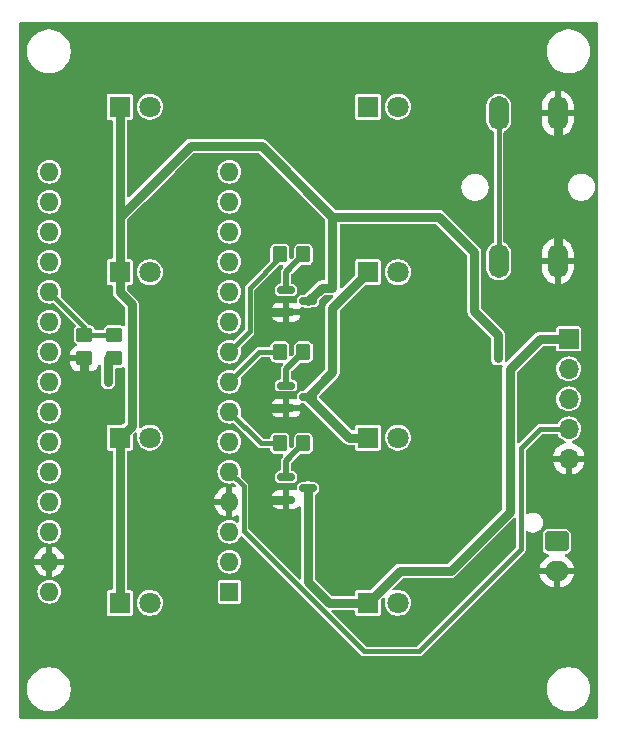
<source format=gtl>
G04 #@! TF.GenerationSoftware,KiCad,Pcbnew,8.0.5*
G04 #@! TF.CreationDate,2025-02-12T16:10:39+08:00*
G04 #@! TF.ProjectId,arduino_solar_bikelight_1,61726475-696e-46f5-9f73-6f6c61725f62,rev?*
G04 #@! TF.SameCoordinates,Original*
G04 #@! TF.FileFunction,Copper,L1,Top*
G04 #@! TF.FilePolarity,Positive*
%FSLAX46Y46*%
G04 Gerber Fmt 4.6, Leading zero omitted, Abs format (unit mm)*
G04 Created by KiCad (PCBNEW 8.0.5) date 2025-02-12 16:10:39*
%MOMM*%
%LPD*%
G01*
G04 APERTURE LIST*
G04 Aperture macros list*
%AMRoundRect*
0 Rectangle with rounded corners*
0 $1 Rounding radius*
0 $2 $3 $4 $5 $6 $7 $8 $9 X,Y pos of 4 corners*
0 Add a 4 corners polygon primitive as box body*
4,1,4,$2,$3,$4,$5,$6,$7,$8,$9,$2,$3,0*
0 Add four circle primitives for the rounded corners*
1,1,$1+$1,$2,$3*
1,1,$1+$1,$4,$5*
1,1,$1+$1,$6,$7*
1,1,$1+$1,$8,$9*
0 Add four rect primitives between the rounded corners*
20,1,$1+$1,$2,$3,$4,$5,0*
20,1,$1+$1,$4,$5,$6,$7,0*
20,1,$1+$1,$6,$7,$8,$9,0*
20,1,$1+$1,$8,$9,$2,$3,0*%
G04 Aperture macros list end*
G04 #@! TA.AperFunction,SMDPad,CuDef*
%ADD10RoundRect,0.250000X-0.350000X-0.450000X0.350000X-0.450000X0.350000X0.450000X-0.350000X0.450000X0*%
G04 #@! TD*
G04 #@! TA.AperFunction,SMDPad,CuDef*
%ADD11RoundRect,0.250000X0.450000X-0.350000X0.450000X0.350000X-0.450000X0.350000X-0.450000X-0.350000X0*%
G04 #@! TD*
G04 #@! TA.AperFunction,ComponentPad*
%ADD12R,1.600000X1.600000*%
G04 #@! TD*
G04 #@! TA.AperFunction,ComponentPad*
%ADD13O,1.600000X1.600000*%
G04 #@! TD*
G04 #@! TA.AperFunction,ComponentPad*
%ADD14RoundRect,0.250000X-0.750000X0.600000X-0.750000X-0.600000X0.750000X-0.600000X0.750000X0.600000X0*%
G04 #@! TD*
G04 #@! TA.AperFunction,ComponentPad*
%ADD15O,2.000000X1.700000*%
G04 #@! TD*
G04 #@! TA.AperFunction,ComponentPad*
%ADD16O,1.700000X2.900000*%
G04 #@! TD*
G04 #@! TA.AperFunction,SMDPad,CuDef*
%ADD17RoundRect,0.150000X-0.587500X-0.150000X0.587500X-0.150000X0.587500X0.150000X-0.587500X0.150000X0*%
G04 #@! TD*
G04 #@! TA.AperFunction,ComponentPad*
%ADD18R,1.700000X1.700000*%
G04 #@! TD*
G04 #@! TA.AperFunction,ComponentPad*
%ADD19O,1.700000X1.700000*%
G04 #@! TD*
G04 #@! TA.AperFunction,ComponentPad*
%ADD20R,1.800000X1.800000*%
G04 #@! TD*
G04 #@! TA.AperFunction,ComponentPad*
%ADD21C,1.800000*%
G04 #@! TD*
G04 #@! TA.AperFunction,ViaPad*
%ADD22C,0.600000*%
G04 #@! TD*
G04 #@! TA.AperFunction,Conductor*
%ADD23C,0.800000*%
G04 #@! TD*
G04 #@! TA.AperFunction,Conductor*
%ADD24C,0.400000*%
G04 #@! TD*
G04 #@! TA.AperFunction,Conductor*
%ADD25C,0.500000*%
G04 #@! TD*
G04 APERTURE END LIST*
D10*
X163995000Y-78595000D03*
X165995000Y-78595000D03*
D11*
X149945000Y-87395000D03*
X149945000Y-85395000D03*
X147445000Y-87395000D03*
X147445000Y-85395000D03*
D12*
X159720000Y-107155000D03*
D13*
X159720000Y-104615000D03*
X159720000Y-102075000D03*
X159720000Y-99535000D03*
X159720000Y-96995000D03*
X159720000Y-94455000D03*
X159720000Y-91915000D03*
X159720000Y-89375000D03*
X159720000Y-86835000D03*
X159720000Y-84295000D03*
X159720000Y-81755000D03*
X159720000Y-79215000D03*
X159720000Y-76675000D03*
X159720000Y-74135000D03*
X159720000Y-71595000D03*
X144480000Y-71595000D03*
X144480000Y-74135000D03*
X144480000Y-76675000D03*
X144480000Y-79215000D03*
X144480000Y-81755000D03*
X144480000Y-84295000D03*
X144480000Y-86835000D03*
X144480000Y-89375000D03*
X144480000Y-91915000D03*
X144480000Y-94455000D03*
X144480000Y-96995000D03*
X144480000Y-99535000D03*
X144480000Y-102075000D03*
X144480000Y-104615000D03*
X144480000Y-107155000D03*
D10*
X163995000Y-86845000D03*
X165995000Y-86845000D03*
D14*
X187445000Y-102895000D03*
D15*
X187445000Y-105395000D03*
D16*
X182520000Y-79145000D03*
X182520000Y-66645000D03*
X187520000Y-79145000D03*
X187520000Y-66645000D03*
D17*
X164507500Y-89695000D03*
X164507500Y-91595000D03*
X166382500Y-90645000D03*
D18*
X188445000Y-85735000D03*
D19*
X188445000Y-88275000D03*
X188445000Y-90815000D03*
X188445000Y-93355000D03*
X188445000Y-95895000D03*
D17*
X164507500Y-81595000D03*
X164507500Y-83495000D03*
X166382500Y-82545000D03*
D10*
X163995000Y-94595000D03*
X165995000Y-94595000D03*
D17*
X164507500Y-97445000D03*
X164507500Y-99345000D03*
X166382500Y-98395000D03*
D20*
X150445000Y-94095000D03*
D21*
X152985000Y-94095000D03*
D20*
X171445000Y-94095000D03*
D21*
X173985000Y-94095000D03*
D20*
X171445000Y-108095000D03*
D21*
X173985000Y-108095000D03*
D20*
X150445000Y-80095000D03*
D21*
X152985000Y-80095000D03*
D20*
X150445000Y-108095000D03*
D21*
X152985000Y-108095000D03*
D20*
X171445000Y-66095000D03*
D21*
X173985000Y-66095000D03*
D20*
X171445000Y-80095000D03*
D21*
X173985000Y-80095000D03*
D20*
X150445000Y-66095000D03*
D21*
X152985000Y-66095000D03*
D22*
X149445000Y-89395000D03*
X162445000Y-83395000D03*
X147445000Y-112395000D03*
X162445000Y-99395000D03*
X162445000Y-91395000D03*
X182445000Y-87395000D03*
D23*
X149445000Y-87395000D02*
X149445000Y-89395000D01*
X164507500Y-99345000D02*
X162495000Y-99345000D01*
X147445000Y-112395000D02*
X147445000Y-87395000D01*
X162645000Y-91595000D02*
X162445000Y-91395000D01*
X164507500Y-91595000D02*
X162645000Y-91595000D01*
X162495000Y-99345000D02*
X162445000Y-99395000D01*
X162545000Y-83495000D02*
X162445000Y-83395000D01*
X164507500Y-83495000D02*
X162545000Y-83495000D01*
X187520000Y-66645000D02*
X187520000Y-79145000D01*
D24*
X149445000Y-85395000D02*
X147445000Y-85395000D01*
X147445000Y-84720000D02*
X144480000Y-81755000D01*
X147445000Y-85395000D02*
X147445000Y-84720000D01*
X161445000Y-81395000D02*
X163995000Y-78845000D01*
X163995000Y-78845000D02*
X163995000Y-78595000D01*
X161445000Y-85110000D02*
X161445000Y-81395000D01*
X159720000Y-86835000D02*
X161445000Y-85110000D01*
X175776370Y-112195000D02*
X184395000Y-103576370D01*
X159720000Y-96995000D02*
X160920000Y-98195000D01*
X186025000Y-93355000D02*
X188445000Y-93355000D01*
X182520000Y-66645000D02*
X182520000Y-79145000D01*
X171113630Y-112195000D02*
X175776370Y-112195000D01*
X160920000Y-98195000D02*
X160920000Y-102001370D01*
X184395000Y-94985000D02*
X186025000Y-93355000D01*
X160920000Y-102001370D02*
X171113630Y-112195000D01*
X184395000Y-103576370D02*
X184395000Y-94985000D01*
X163995000Y-86845000D02*
X162250000Y-86845000D01*
X162250000Y-86845000D02*
X159720000Y-89375000D01*
D25*
X164507500Y-96082500D02*
X165995000Y-94595000D01*
X164507500Y-97445000D02*
X164507500Y-96082500D01*
X164507500Y-89695000D02*
X164507500Y-88332500D01*
X164507500Y-88332500D02*
X165995000Y-86845000D01*
D24*
X162400000Y-94595000D02*
X159720000Y-91915000D01*
X163995000Y-94595000D02*
X162400000Y-94595000D01*
D25*
X164507500Y-81595000D02*
X164507500Y-80082500D01*
X164507500Y-80082500D02*
X165995000Y-78595000D01*
D23*
X183445000Y-88315000D02*
X186025000Y-85735000D01*
X178445000Y-105395000D02*
X183445000Y-100395000D01*
X174145000Y-105395000D02*
X178445000Y-105395000D01*
X168145000Y-108095000D02*
X171445000Y-108095000D01*
X166382500Y-98395000D02*
X166382500Y-106332500D01*
X183445000Y-100395000D02*
X183445000Y-88315000D01*
X171445000Y-108095000D02*
X174145000Y-105395000D01*
X186025000Y-85735000D02*
X188445000Y-85735000D01*
X166382500Y-106332500D02*
X168145000Y-108095000D01*
X168445000Y-88582500D02*
X166382500Y-90645000D01*
X168445000Y-83095000D02*
X168445000Y-88582500D01*
X171445000Y-80095000D02*
X168445000Y-83095000D01*
X171445000Y-94095000D02*
X169832500Y-94095000D01*
X169832500Y-94095000D02*
X166382500Y-90645000D01*
X162445000Y-69395000D02*
X156445000Y-69395000D01*
X180445000Y-78395000D02*
X177445000Y-75395000D01*
X150445000Y-79395000D02*
X150445000Y-81795000D01*
X162445000Y-69395000D02*
X168445000Y-75395000D01*
X150445000Y-81795000D02*
X151445000Y-82795000D01*
X150445000Y-79395000D02*
X150445000Y-80095000D01*
X168445000Y-81395000D02*
X167532500Y-81395000D01*
X168445000Y-75395000D02*
X168445000Y-81395000D01*
X167532500Y-81395000D02*
X166382500Y-82545000D01*
X151445000Y-93095000D02*
X150445000Y-94095000D01*
X151445000Y-82795000D02*
X151445000Y-93095000D01*
X182445000Y-87395000D02*
X182445000Y-85395000D01*
X150445000Y-108095000D02*
X150445000Y-94095000D01*
X177445000Y-75395000D02*
X168445000Y-75395000D01*
X180445000Y-83395000D02*
X180445000Y-78395000D01*
X156445000Y-69395000D02*
X150445000Y-75395000D01*
X182445000Y-85395000D02*
X180445000Y-83395000D01*
X150445000Y-75395000D02*
X150445000Y-79395000D01*
X150445000Y-66095000D02*
X150445000Y-75395000D01*
G04 #@! TA.AperFunction,Conductor*
G36*
X190887539Y-58915185D02*
G01*
X190933294Y-58967989D01*
X190944500Y-59019500D01*
X190944500Y-117770500D01*
X190924815Y-117837539D01*
X190872011Y-117883294D01*
X190820500Y-117894500D01*
X142069500Y-117894500D01*
X142002461Y-117874815D01*
X141956706Y-117822011D01*
X141945500Y-117770500D01*
X141945500Y-115273711D01*
X142594500Y-115273711D01*
X142594500Y-115516288D01*
X142626161Y-115756785D01*
X142688947Y-115991104D01*
X142781773Y-116215205D01*
X142781776Y-116215212D01*
X142903064Y-116425289D01*
X142903066Y-116425292D01*
X142903067Y-116425293D01*
X143050733Y-116617736D01*
X143050739Y-116617743D01*
X143222256Y-116789260D01*
X143222262Y-116789265D01*
X143414711Y-116936936D01*
X143624788Y-117058224D01*
X143848900Y-117151054D01*
X144083211Y-117213838D01*
X144263586Y-117237584D01*
X144323711Y-117245500D01*
X144323712Y-117245500D01*
X144566289Y-117245500D01*
X144614388Y-117239167D01*
X144806789Y-117213838D01*
X145041100Y-117151054D01*
X145265212Y-117058224D01*
X145475289Y-116936936D01*
X145667738Y-116789265D01*
X145839265Y-116617738D01*
X145986936Y-116425289D01*
X146108224Y-116215212D01*
X146201054Y-115991100D01*
X146263838Y-115756789D01*
X146295500Y-115516288D01*
X146295500Y-115273712D01*
X146295500Y-115273711D01*
X186594500Y-115273711D01*
X186594500Y-115516288D01*
X186626161Y-115756785D01*
X186688947Y-115991104D01*
X186781773Y-116215205D01*
X186781776Y-116215212D01*
X186903064Y-116425289D01*
X186903066Y-116425292D01*
X186903067Y-116425293D01*
X187050733Y-116617736D01*
X187050739Y-116617743D01*
X187222256Y-116789260D01*
X187222262Y-116789265D01*
X187414711Y-116936936D01*
X187624788Y-117058224D01*
X187848900Y-117151054D01*
X188083211Y-117213838D01*
X188263586Y-117237584D01*
X188323711Y-117245500D01*
X188323712Y-117245500D01*
X188566289Y-117245500D01*
X188614388Y-117239167D01*
X188806789Y-117213838D01*
X189041100Y-117151054D01*
X189265212Y-117058224D01*
X189475289Y-116936936D01*
X189667738Y-116789265D01*
X189839265Y-116617738D01*
X189986936Y-116425289D01*
X190108224Y-116215212D01*
X190201054Y-115991100D01*
X190263838Y-115756789D01*
X190295500Y-115516288D01*
X190295500Y-115273712D01*
X190263838Y-115033211D01*
X190201054Y-114798900D01*
X190108224Y-114574788D01*
X189986936Y-114364711D01*
X189839265Y-114172262D01*
X189839260Y-114172256D01*
X189667743Y-114000739D01*
X189667736Y-114000733D01*
X189475293Y-113853067D01*
X189475292Y-113853066D01*
X189475289Y-113853064D01*
X189265212Y-113731776D01*
X189265205Y-113731773D01*
X189041104Y-113638947D01*
X188806785Y-113576161D01*
X188566289Y-113544500D01*
X188566288Y-113544500D01*
X188323712Y-113544500D01*
X188323711Y-113544500D01*
X188083214Y-113576161D01*
X187848895Y-113638947D01*
X187624794Y-113731773D01*
X187624785Y-113731777D01*
X187414706Y-113853067D01*
X187222263Y-114000733D01*
X187222256Y-114000739D01*
X187050739Y-114172256D01*
X187050733Y-114172263D01*
X186903067Y-114364706D01*
X186781777Y-114574785D01*
X186781773Y-114574794D01*
X186688947Y-114798895D01*
X186626161Y-115033214D01*
X186594500Y-115273711D01*
X146295500Y-115273711D01*
X146263838Y-115033211D01*
X146201054Y-114798900D01*
X146108224Y-114574788D01*
X145986936Y-114364711D01*
X145839265Y-114172262D01*
X145839260Y-114172256D01*
X145667743Y-114000739D01*
X145667736Y-114000733D01*
X145475293Y-113853067D01*
X145475292Y-113853066D01*
X145475289Y-113853064D01*
X145265212Y-113731776D01*
X145265205Y-113731773D01*
X145041104Y-113638947D01*
X144806785Y-113576161D01*
X144566289Y-113544500D01*
X144566288Y-113544500D01*
X144323712Y-113544500D01*
X144323711Y-113544500D01*
X144083214Y-113576161D01*
X143848895Y-113638947D01*
X143624794Y-113731773D01*
X143624785Y-113731777D01*
X143414706Y-113853067D01*
X143222263Y-114000733D01*
X143222256Y-114000739D01*
X143050739Y-114172256D01*
X143050733Y-114172263D01*
X142903067Y-114364706D01*
X142781777Y-114574785D01*
X142781773Y-114574794D01*
X142688947Y-114798895D01*
X142626161Y-115033214D01*
X142594500Y-115273711D01*
X141945500Y-115273711D01*
X141945500Y-107155000D01*
X143474659Y-107155000D01*
X143493975Y-107351129D01*
X143493976Y-107351132D01*
X143543132Y-107513178D01*
X143551188Y-107539733D01*
X143644086Y-107713532D01*
X143644090Y-107713539D01*
X143769116Y-107865883D01*
X143921460Y-107990909D01*
X143921467Y-107990913D01*
X144095266Y-108083811D01*
X144095269Y-108083811D01*
X144095273Y-108083814D01*
X144283868Y-108141024D01*
X144480000Y-108160341D01*
X144676132Y-108141024D01*
X144864727Y-108083814D01*
X145038538Y-107990910D01*
X145190883Y-107865883D01*
X145315910Y-107713538D01*
X145408814Y-107539727D01*
X145466024Y-107351132D01*
X145485341Y-107155000D01*
X145466024Y-106958868D01*
X145408814Y-106770273D01*
X145408811Y-106770269D01*
X145408811Y-106770266D01*
X145315913Y-106596467D01*
X145315909Y-106596460D01*
X145190883Y-106444116D01*
X145038539Y-106319090D01*
X145038532Y-106319086D01*
X144864733Y-106226188D01*
X144864727Y-106226186D01*
X144676132Y-106168976D01*
X144676129Y-106168975D01*
X144480000Y-106149659D01*
X144283870Y-106168975D01*
X144095266Y-106226188D01*
X143921467Y-106319086D01*
X143921460Y-106319090D01*
X143769116Y-106444116D01*
X143644090Y-106596460D01*
X143644086Y-106596467D01*
X143551188Y-106770266D01*
X143493975Y-106958870D01*
X143474659Y-107155000D01*
X141945500Y-107155000D01*
X141945500Y-104364999D01*
X143201127Y-104364999D01*
X143201128Y-104365000D01*
X144046988Y-104365000D01*
X144014075Y-104422007D01*
X143980000Y-104549174D01*
X143980000Y-104680826D01*
X144014075Y-104807993D01*
X144046988Y-104865000D01*
X143201128Y-104865000D01*
X143253730Y-105061317D01*
X143253734Y-105061326D01*
X143349865Y-105267482D01*
X143480342Y-105453820D01*
X143641179Y-105614657D01*
X143827517Y-105745134D01*
X144033673Y-105841265D01*
X144033682Y-105841269D01*
X144229999Y-105893872D01*
X144230000Y-105893871D01*
X144230000Y-105048012D01*
X144287007Y-105080925D01*
X144414174Y-105115000D01*
X144545826Y-105115000D01*
X144672993Y-105080925D01*
X144730000Y-105048012D01*
X144730000Y-105893872D01*
X144926317Y-105841269D01*
X144926326Y-105841265D01*
X145132482Y-105745134D01*
X145318820Y-105614657D01*
X145479657Y-105453820D01*
X145610134Y-105267482D01*
X145706265Y-105061326D01*
X145706269Y-105061317D01*
X145758872Y-104865000D01*
X144913012Y-104865000D01*
X144945925Y-104807993D01*
X144980000Y-104680826D01*
X144980000Y-104549174D01*
X144945925Y-104422007D01*
X144913012Y-104365000D01*
X145758872Y-104365000D01*
X145758872Y-104364999D01*
X145706269Y-104168682D01*
X145706265Y-104168673D01*
X145610134Y-103962517D01*
X145479657Y-103776179D01*
X145318820Y-103615342D01*
X145132482Y-103484865D01*
X144926328Y-103388734D01*
X144730000Y-103336127D01*
X144730000Y-104181988D01*
X144672993Y-104149075D01*
X144545826Y-104115000D01*
X144414174Y-104115000D01*
X144287007Y-104149075D01*
X144230000Y-104181988D01*
X144230000Y-103336127D01*
X144033671Y-103388734D01*
X143827517Y-103484865D01*
X143641179Y-103615342D01*
X143480342Y-103776179D01*
X143349865Y-103962517D01*
X143253734Y-104168673D01*
X143253730Y-104168682D01*
X143201127Y-104364999D01*
X141945500Y-104364999D01*
X141945500Y-102075000D01*
X143474659Y-102075000D01*
X143493975Y-102271129D01*
X143551188Y-102459733D01*
X143644086Y-102633532D01*
X143644090Y-102633539D01*
X143769116Y-102785883D01*
X143921460Y-102910909D01*
X143921467Y-102910913D01*
X144095266Y-103003811D01*
X144095269Y-103003811D01*
X144095273Y-103003814D01*
X144283868Y-103061024D01*
X144480000Y-103080341D01*
X144676132Y-103061024D01*
X144864727Y-103003814D01*
X145038538Y-102910910D01*
X145190883Y-102785883D01*
X145315910Y-102633538D01*
X145362362Y-102546632D01*
X145408811Y-102459733D01*
X145408811Y-102459732D01*
X145408814Y-102459727D01*
X145466024Y-102271132D01*
X145485341Y-102075000D01*
X145466024Y-101878868D01*
X145408814Y-101690273D01*
X145408811Y-101690269D01*
X145408811Y-101690266D01*
X145315913Y-101516467D01*
X145315909Y-101516460D01*
X145190883Y-101364116D01*
X145038539Y-101239090D01*
X145038532Y-101239086D01*
X144864733Y-101146188D01*
X144864727Y-101146186D01*
X144676132Y-101088976D01*
X144676129Y-101088975D01*
X144480000Y-101069659D01*
X144283870Y-101088975D01*
X144095266Y-101146188D01*
X143921467Y-101239086D01*
X143921460Y-101239090D01*
X143769116Y-101364116D01*
X143644090Y-101516460D01*
X143644086Y-101516467D01*
X143551188Y-101690266D01*
X143493975Y-101878870D01*
X143474659Y-102075000D01*
X141945500Y-102075000D01*
X141945500Y-99535000D01*
X143474659Y-99535000D01*
X143493975Y-99731129D01*
X143551188Y-99919733D01*
X143644086Y-100093532D01*
X143644090Y-100093539D01*
X143769116Y-100245883D01*
X143921460Y-100370909D01*
X143921467Y-100370913D01*
X144095266Y-100463811D01*
X144095269Y-100463811D01*
X144095273Y-100463814D01*
X144283868Y-100521024D01*
X144480000Y-100540341D01*
X144676132Y-100521024D01*
X144864727Y-100463814D01*
X145038538Y-100370910D01*
X145190883Y-100245883D01*
X145315910Y-100093538D01*
X145398555Y-99938921D01*
X145408811Y-99919733D01*
X145408811Y-99919732D01*
X145408814Y-99919727D01*
X145466024Y-99731132D01*
X145485341Y-99535000D01*
X145466024Y-99338868D01*
X145408814Y-99150273D01*
X145408811Y-99150269D01*
X145408811Y-99150266D01*
X145315913Y-98976467D01*
X145315909Y-98976460D01*
X145190883Y-98824116D01*
X145038539Y-98699090D01*
X145038532Y-98699086D01*
X144864733Y-98606188D01*
X144864727Y-98606186D01*
X144676132Y-98548976D01*
X144676129Y-98548975D01*
X144480000Y-98529659D01*
X144283870Y-98548975D01*
X144095266Y-98606188D01*
X143921467Y-98699086D01*
X143921460Y-98699090D01*
X143769116Y-98824116D01*
X143644090Y-98976460D01*
X143644086Y-98976467D01*
X143551188Y-99150266D01*
X143493975Y-99338870D01*
X143474659Y-99535000D01*
X141945500Y-99535000D01*
X141945500Y-96995000D01*
X143474659Y-96995000D01*
X143493975Y-97191129D01*
X143551188Y-97379733D01*
X143644086Y-97553532D01*
X143644090Y-97553539D01*
X143769116Y-97705883D01*
X143921460Y-97830909D01*
X143921467Y-97830913D01*
X144095266Y-97923811D01*
X144095269Y-97923811D01*
X144095273Y-97923814D01*
X144283868Y-97981024D01*
X144480000Y-98000341D01*
X144676132Y-97981024D01*
X144864727Y-97923814D01*
X144900998Y-97904427D01*
X145030093Y-97835424D01*
X145038538Y-97830910D01*
X145190883Y-97705883D01*
X145315910Y-97553538D01*
X145362362Y-97466632D01*
X145408811Y-97379733D01*
X145408811Y-97379732D01*
X145408814Y-97379727D01*
X145466024Y-97191132D01*
X145485341Y-96995000D01*
X145466024Y-96798868D01*
X145408814Y-96610273D01*
X145408811Y-96610269D01*
X145408811Y-96610266D01*
X145315913Y-96436467D01*
X145315909Y-96436460D01*
X145190883Y-96284116D01*
X145038539Y-96159090D01*
X145038532Y-96159086D01*
X144864733Y-96066188D01*
X144864727Y-96066186D01*
X144676132Y-96008976D01*
X144676129Y-96008975D01*
X144480000Y-95989659D01*
X144283870Y-96008975D01*
X144095266Y-96066188D01*
X143921467Y-96159086D01*
X143921460Y-96159090D01*
X143769116Y-96284116D01*
X143644090Y-96436460D01*
X143644086Y-96436467D01*
X143551188Y-96610266D01*
X143493975Y-96798870D01*
X143474659Y-96995000D01*
X141945500Y-96995000D01*
X141945500Y-94455000D01*
X143474659Y-94455000D01*
X143493975Y-94651129D01*
X143551188Y-94839733D01*
X143644086Y-95013532D01*
X143644090Y-95013539D01*
X143769116Y-95165883D01*
X143921460Y-95290909D01*
X143921467Y-95290913D01*
X144095266Y-95383811D01*
X144095269Y-95383811D01*
X144095273Y-95383814D01*
X144283868Y-95441024D01*
X144480000Y-95460341D01*
X144676132Y-95441024D01*
X144864727Y-95383814D01*
X145038538Y-95290910D01*
X145190883Y-95165883D01*
X145315910Y-95013538D01*
X145368324Y-94915478D01*
X145408811Y-94839733D01*
X145408811Y-94839732D01*
X145408814Y-94839727D01*
X145466024Y-94651132D01*
X145485341Y-94455000D01*
X145466024Y-94258868D01*
X145408814Y-94070273D01*
X145408811Y-94070269D01*
X145408811Y-94070266D01*
X145315913Y-93896467D01*
X145315909Y-93896460D01*
X145190883Y-93744116D01*
X145038539Y-93619090D01*
X145038532Y-93619086D01*
X144864733Y-93526188D01*
X144864727Y-93526186D01*
X144723332Y-93483294D01*
X144676129Y-93468975D01*
X144480000Y-93449659D01*
X144283870Y-93468975D01*
X144095266Y-93526188D01*
X143921467Y-93619086D01*
X143921460Y-93619090D01*
X143769116Y-93744116D01*
X143644090Y-93896460D01*
X143644086Y-93896467D01*
X143551188Y-94070266D01*
X143493975Y-94258870D01*
X143474659Y-94455000D01*
X141945500Y-94455000D01*
X141945500Y-91915000D01*
X143474659Y-91915000D01*
X143493975Y-92111129D01*
X143551188Y-92299733D01*
X143644086Y-92473532D01*
X143644090Y-92473539D01*
X143769116Y-92625883D01*
X143921460Y-92750909D01*
X143921467Y-92750913D01*
X144095266Y-92843811D01*
X144095269Y-92843811D01*
X144095273Y-92843814D01*
X144283868Y-92901024D01*
X144480000Y-92920341D01*
X144676132Y-92901024D01*
X144864727Y-92843814D01*
X145038538Y-92750910D01*
X145190883Y-92625883D01*
X145315910Y-92473538D01*
X145383930Y-92346282D01*
X145408811Y-92299733D01*
X145408811Y-92299732D01*
X145408814Y-92299727D01*
X145466024Y-92111132D01*
X145485341Y-91915000D01*
X145466024Y-91718868D01*
X145408814Y-91530273D01*
X145408811Y-91530269D01*
X145408811Y-91530266D01*
X145315913Y-91356467D01*
X145315909Y-91356460D01*
X145190883Y-91204116D01*
X145038539Y-91079090D01*
X145038532Y-91079086D01*
X144864733Y-90986188D01*
X144864727Y-90986186D01*
X144676132Y-90928976D01*
X144676129Y-90928975D01*
X144480000Y-90909659D01*
X144283870Y-90928975D01*
X144095266Y-90986188D01*
X143921467Y-91079086D01*
X143921460Y-91079090D01*
X143769116Y-91204116D01*
X143644090Y-91356460D01*
X143644086Y-91356467D01*
X143551188Y-91530266D01*
X143493975Y-91718870D01*
X143474659Y-91915000D01*
X141945500Y-91915000D01*
X141945500Y-89375000D01*
X143474659Y-89375000D01*
X143493975Y-89571129D01*
X143551188Y-89759733D01*
X143644086Y-89933532D01*
X143644090Y-89933539D01*
X143769116Y-90085883D01*
X143921460Y-90210909D01*
X143921467Y-90210913D01*
X144095266Y-90303811D01*
X144095269Y-90303811D01*
X144095273Y-90303814D01*
X144283868Y-90361024D01*
X144480000Y-90380341D01*
X144676132Y-90361024D01*
X144864727Y-90303814D01*
X144893352Y-90288514D01*
X145005536Y-90228550D01*
X145038538Y-90210910D01*
X145190883Y-90085883D01*
X145315910Y-89933538D01*
X145408814Y-89759727D01*
X145466024Y-89571132D01*
X145485341Y-89375000D01*
X145466024Y-89178868D01*
X145408814Y-88990273D01*
X145408811Y-88990269D01*
X145408811Y-88990266D01*
X145315913Y-88816467D01*
X145315909Y-88816460D01*
X145190883Y-88664116D01*
X145038539Y-88539090D01*
X145038532Y-88539086D01*
X144864733Y-88446188D01*
X144864727Y-88446186D01*
X144676132Y-88388976D01*
X144676129Y-88388975D01*
X144480000Y-88369659D01*
X144283870Y-88388975D01*
X144095266Y-88446188D01*
X143921467Y-88539086D01*
X143921460Y-88539090D01*
X143769116Y-88664116D01*
X143644090Y-88816460D01*
X143644086Y-88816467D01*
X143551188Y-88990266D01*
X143493975Y-89178870D01*
X143474659Y-89375000D01*
X141945500Y-89375000D01*
X141945500Y-86835000D01*
X143474659Y-86835000D01*
X143493975Y-87031129D01*
X143493976Y-87031132D01*
X143534043Y-87163216D01*
X143551188Y-87219733D01*
X143644086Y-87393532D01*
X143644090Y-87393539D01*
X143769116Y-87545883D01*
X143921460Y-87670909D01*
X143921467Y-87670913D01*
X144095266Y-87763811D01*
X144095269Y-87763811D01*
X144095273Y-87763814D01*
X144283868Y-87821024D01*
X144480000Y-87840341D01*
X144676132Y-87821024D01*
X144761967Y-87794986D01*
X146245001Y-87794986D01*
X146255494Y-87897697D01*
X146310641Y-88064119D01*
X146310643Y-88064124D01*
X146402684Y-88213345D01*
X146526654Y-88337315D01*
X146675875Y-88429356D01*
X146675880Y-88429358D01*
X146842302Y-88484505D01*
X146842309Y-88484506D01*
X146945019Y-88494999D01*
X147194999Y-88494999D01*
X147195000Y-88494998D01*
X147195000Y-87645000D01*
X146245001Y-87645000D01*
X146245001Y-87794986D01*
X144761967Y-87794986D01*
X144864727Y-87763814D01*
X144864909Y-87763717D01*
X145005536Y-87688550D01*
X145038538Y-87670910D01*
X145190883Y-87545883D01*
X145315910Y-87393538D01*
X145408814Y-87219727D01*
X145466024Y-87031132D01*
X145485341Y-86835000D01*
X145466024Y-86638868D01*
X145408814Y-86450273D01*
X145408811Y-86450269D01*
X145408811Y-86450266D01*
X145315913Y-86276467D01*
X145315909Y-86276460D01*
X145190883Y-86124116D01*
X145038539Y-85999090D01*
X145038532Y-85999086D01*
X144864733Y-85906188D01*
X144864727Y-85906186D01*
X144676132Y-85848976D01*
X144676129Y-85848975D01*
X144480000Y-85829659D01*
X144283870Y-85848975D01*
X144095266Y-85906188D01*
X143921467Y-85999086D01*
X143921460Y-85999090D01*
X143769116Y-86124116D01*
X143644090Y-86276460D01*
X143644086Y-86276467D01*
X143551188Y-86450266D01*
X143493975Y-86638870D01*
X143474659Y-86835000D01*
X141945500Y-86835000D01*
X141945500Y-84295000D01*
X143474659Y-84295000D01*
X143493975Y-84491129D01*
X143551188Y-84679733D01*
X143644086Y-84853532D01*
X143644090Y-84853539D01*
X143769116Y-85005883D01*
X143921460Y-85130909D01*
X143921467Y-85130913D01*
X144095266Y-85223811D01*
X144095269Y-85223811D01*
X144095273Y-85223814D01*
X144283868Y-85281024D01*
X144480000Y-85300341D01*
X144676132Y-85281024D01*
X144864727Y-85223814D01*
X145038538Y-85130910D01*
X145190883Y-85005883D01*
X145315910Y-84853538D01*
X145376358Y-84740448D01*
X145408811Y-84679733D01*
X145408811Y-84679732D01*
X145408814Y-84679727D01*
X145466024Y-84491132D01*
X145485341Y-84295000D01*
X145466024Y-84098868D01*
X145408814Y-83910273D01*
X145408811Y-83910269D01*
X145408811Y-83910266D01*
X145315913Y-83736467D01*
X145315909Y-83736460D01*
X145190883Y-83584116D01*
X145038539Y-83459090D01*
X145038532Y-83459086D01*
X144864733Y-83366188D01*
X144864727Y-83366186D01*
X144676132Y-83308976D01*
X144676129Y-83308975D01*
X144480000Y-83289659D01*
X144283870Y-83308975D01*
X144095266Y-83366188D01*
X143921467Y-83459086D01*
X143921460Y-83459090D01*
X143769116Y-83584116D01*
X143644090Y-83736460D01*
X143644086Y-83736467D01*
X143551188Y-83910266D01*
X143493975Y-84098870D01*
X143474659Y-84295000D01*
X141945500Y-84295000D01*
X141945500Y-81755000D01*
X143474659Y-81755000D01*
X143493975Y-81951129D01*
X143493976Y-81951131D01*
X143493976Y-81951132D01*
X143550403Y-82137147D01*
X143551188Y-82139733D01*
X143644086Y-82313532D01*
X143644090Y-82313539D01*
X143769116Y-82465883D01*
X143921460Y-82590909D01*
X143921467Y-82590913D01*
X144095266Y-82683811D01*
X144095269Y-82683811D01*
X144095273Y-82683814D01*
X144283868Y-82741024D01*
X144480000Y-82760341D01*
X144676132Y-82741024D01*
X144776490Y-82710579D01*
X144846355Y-82709955D01*
X144900166Y-82741559D01*
X146690987Y-84532380D01*
X146724472Y-84593703D01*
X146719488Y-84663395D01*
X146677616Y-84719328D01*
X146676945Y-84719827D01*
X146672851Y-84722848D01*
X146592207Y-84832117D01*
X146592206Y-84832119D01*
X146547353Y-84960298D01*
X146547353Y-84960300D01*
X146544500Y-84990730D01*
X146544500Y-85799269D01*
X146547353Y-85829699D01*
X146547353Y-85829701D01*
X146588523Y-85947354D01*
X146592207Y-85957882D01*
X146672849Y-86067149D01*
X146672851Y-86067151D01*
X146755601Y-86128223D01*
X146797852Y-86183870D01*
X146803311Y-86253526D01*
X146770244Y-86315076D01*
X146720974Y-86345698D01*
X146675883Y-86360640D01*
X146675875Y-86360643D01*
X146526654Y-86452684D01*
X146402684Y-86576654D01*
X146310643Y-86725875D01*
X146310641Y-86725880D01*
X146255494Y-86892302D01*
X146255493Y-86892309D01*
X146245000Y-86995013D01*
X146245000Y-87145000D01*
X147571000Y-87145000D01*
X147638039Y-87164685D01*
X147683794Y-87217489D01*
X147695000Y-87269000D01*
X147695000Y-88494999D01*
X147944972Y-88494999D01*
X147944986Y-88494998D01*
X148047697Y-88484505D01*
X148214119Y-88429358D01*
X148214124Y-88429356D01*
X148363345Y-88337315D01*
X148487315Y-88213345D01*
X148579356Y-88064124D01*
X148579358Y-88064119D01*
X148602794Y-87993395D01*
X148642566Y-87935950D01*
X148707082Y-87909127D01*
X148775858Y-87921442D01*
X148827058Y-87968985D01*
X148844500Y-88032399D01*
X148844500Y-89474057D01*
X148870511Y-89571129D01*
X148885423Y-89626783D01*
X148885426Y-89626790D01*
X148964475Y-89763709D01*
X148964479Y-89763714D01*
X148964480Y-89763716D01*
X149076284Y-89875520D01*
X149076286Y-89875521D01*
X149076290Y-89875524D01*
X149199037Y-89946391D01*
X149213216Y-89954577D01*
X149365943Y-89995500D01*
X149365945Y-89995500D01*
X149524055Y-89995500D01*
X149524057Y-89995500D01*
X149676784Y-89954577D01*
X149813716Y-89875520D01*
X149925520Y-89763716D01*
X150004577Y-89626784D01*
X150045500Y-89474057D01*
X150045500Y-88319500D01*
X150065185Y-88252461D01*
X150117989Y-88206706D01*
X150169500Y-88195500D01*
X150449270Y-88195500D01*
X150479699Y-88192646D01*
X150479701Y-88192646D01*
X150543790Y-88170219D01*
X150607882Y-88147793D01*
X150646867Y-88119020D01*
X150712495Y-88095050D01*
X150780665Y-88110365D01*
X150829734Y-88160105D01*
X150844500Y-88218791D01*
X150844500Y-92794902D01*
X150824815Y-92861941D01*
X150808181Y-92882583D01*
X150732583Y-92958181D01*
X150671260Y-92991666D01*
X150644902Y-92994500D01*
X149525247Y-92994500D01*
X149466770Y-93006131D01*
X149466769Y-93006132D01*
X149400447Y-93050447D01*
X149356132Y-93116769D01*
X149356131Y-93116770D01*
X149344500Y-93175247D01*
X149344500Y-95014752D01*
X149356131Y-95073229D01*
X149356132Y-95073230D01*
X149400447Y-95139552D01*
X149466769Y-95183867D01*
X149466770Y-95183868D01*
X149525247Y-95195499D01*
X149525250Y-95195500D01*
X149525252Y-95195500D01*
X149720500Y-95195500D01*
X149787539Y-95215185D01*
X149833294Y-95267989D01*
X149844500Y-95319500D01*
X149844500Y-106870500D01*
X149824815Y-106937539D01*
X149772011Y-106983294D01*
X149720500Y-106994500D01*
X149525247Y-106994500D01*
X149466770Y-107006131D01*
X149466769Y-107006132D01*
X149400447Y-107050447D01*
X149356132Y-107116769D01*
X149356131Y-107116770D01*
X149344500Y-107175247D01*
X149344500Y-109014752D01*
X149356131Y-109073229D01*
X149356132Y-109073230D01*
X149400447Y-109139552D01*
X149466769Y-109183867D01*
X149466770Y-109183868D01*
X149525247Y-109195499D01*
X149525250Y-109195500D01*
X149525252Y-109195500D01*
X151364750Y-109195500D01*
X151364751Y-109195499D01*
X151379568Y-109192552D01*
X151423229Y-109183868D01*
X151423229Y-109183867D01*
X151423231Y-109183867D01*
X151489552Y-109139552D01*
X151533867Y-109073231D01*
X151533867Y-109073229D01*
X151533868Y-109073229D01*
X151545499Y-109014752D01*
X151545500Y-109014750D01*
X151545500Y-108094999D01*
X151879785Y-108094999D01*
X151879785Y-108095000D01*
X151898602Y-108298082D01*
X151954417Y-108494247D01*
X151954422Y-108494260D01*
X152045327Y-108676821D01*
X152168237Y-108839581D01*
X152318958Y-108976980D01*
X152318960Y-108976982D01*
X152379955Y-109014748D01*
X152492363Y-109084348D01*
X152682544Y-109158024D01*
X152883024Y-109195500D01*
X152883026Y-109195500D01*
X153086974Y-109195500D01*
X153086976Y-109195500D01*
X153287456Y-109158024D01*
X153477637Y-109084348D01*
X153651041Y-108976981D01*
X153801764Y-108839579D01*
X153924673Y-108676821D01*
X154015582Y-108494250D01*
X154071397Y-108298083D01*
X154090215Y-108095000D01*
X154089178Y-108083814D01*
X154071397Y-107891917D01*
X154020641Y-107713532D01*
X154015582Y-107695750D01*
X154008749Y-107682028D01*
X153937892Y-107539727D01*
X153924673Y-107513179D01*
X153801764Y-107350421D01*
X153801762Y-107350418D01*
X153651041Y-107213019D01*
X153651039Y-107213017D01*
X153477642Y-107105655D01*
X153477635Y-107105651D01*
X153335135Y-107050447D01*
X153287456Y-107031976D01*
X153086976Y-106994500D01*
X152883024Y-106994500D01*
X152682544Y-107031976D01*
X152682541Y-107031976D01*
X152682541Y-107031977D01*
X152492364Y-107105651D01*
X152492357Y-107105655D01*
X152318960Y-107213017D01*
X152318958Y-107213019D01*
X152168237Y-107350418D01*
X152045327Y-107513178D01*
X151954422Y-107695739D01*
X151954417Y-107695752D01*
X151898602Y-107891917D01*
X151879785Y-108094999D01*
X151545500Y-108094999D01*
X151545500Y-107175249D01*
X151545499Y-107175247D01*
X151533868Y-107116770D01*
X151533867Y-107116769D01*
X151489552Y-107050447D01*
X151423230Y-107006132D01*
X151423229Y-107006131D01*
X151364752Y-106994500D01*
X151364748Y-106994500D01*
X151169500Y-106994500D01*
X151102461Y-106974815D01*
X151056706Y-106922011D01*
X151045500Y-106870500D01*
X151045500Y-106335247D01*
X158719500Y-106335247D01*
X158719500Y-107974752D01*
X158731131Y-108033229D01*
X158731132Y-108033230D01*
X158775447Y-108099552D01*
X158841769Y-108143867D01*
X158841770Y-108143868D01*
X158900247Y-108155499D01*
X158900250Y-108155500D01*
X158900252Y-108155500D01*
X160539750Y-108155500D01*
X160539751Y-108155499D01*
X160554568Y-108152552D01*
X160598229Y-108143868D01*
X160598229Y-108143867D01*
X160598231Y-108143867D01*
X160664552Y-108099552D01*
X160708867Y-108033231D01*
X160708867Y-108033229D01*
X160708868Y-108033229D01*
X160720499Y-107974752D01*
X160720500Y-107974750D01*
X160720500Y-106335249D01*
X160720499Y-106335247D01*
X160708868Y-106276770D01*
X160708867Y-106276769D01*
X160664552Y-106210447D01*
X160598230Y-106166132D01*
X160598229Y-106166131D01*
X160539752Y-106154500D01*
X160539748Y-106154500D01*
X158900252Y-106154500D01*
X158900247Y-106154500D01*
X158841770Y-106166131D01*
X158841769Y-106166132D01*
X158775447Y-106210447D01*
X158731132Y-106276769D01*
X158731131Y-106276770D01*
X158719500Y-106335247D01*
X151045500Y-106335247D01*
X151045500Y-104615000D01*
X158714659Y-104615000D01*
X158733975Y-104811129D01*
X158750317Y-104865000D01*
X158765326Y-104914480D01*
X158791188Y-104999733D01*
X158884086Y-105173532D01*
X158884090Y-105173539D01*
X159009116Y-105325883D01*
X159161460Y-105450909D01*
X159161467Y-105450913D01*
X159335266Y-105543811D01*
X159335269Y-105543811D01*
X159335273Y-105543814D01*
X159523868Y-105601024D01*
X159720000Y-105620341D01*
X159916132Y-105601024D01*
X160104727Y-105543814D01*
X160278538Y-105450910D01*
X160430883Y-105325883D01*
X160555910Y-105173538D01*
X160615893Y-105061317D01*
X160648811Y-104999733D01*
X160648811Y-104999732D01*
X160648814Y-104999727D01*
X160706024Y-104811132D01*
X160725341Y-104615000D01*
X160706024Y-104418868D01*
X160648814Y-104230273D01*
X160648811Y-104230269D01*
X160648811Y-104230266D01*
X160555913Y-104056467D01*
X160555909Y-104056460D01*
X160430883Y-103904116D01*
X160278539Y-103779090D01*
X160278532Y-103779086D01*
X160104733Y-103686188D01*
X160104727Y-103686186D01*
X159916528Y-103629096D01*
X159916129Y-103628975D01*
X159720000Y-103609659D01*
X159523870Y-103628975D01*
X159335266Y-103686188D01*
X159161467Y-103779086D01*
X159161460Y-103779090D01*
X159009116Y-103904116D01*
X158884090Y-104056460D01*
X158884086Y-104056467D01*
X158791188Y-104230266D01*
X158733975Y-104418870D01*
X158714659Y-104615000D01*
X151045500Y-104615000D01*
X151045500Y-95319500D01*
X151065185Y-95252461D01*
X151117989Y-95206706D01*
X151169500Y-95195500D01*
X151364750Y-95195500D01*
X151364751Y-95195499D01*
X151379568Y-95192552D01*
X151423229Y-95183868D01*
X151423229Y-95183867D01*
X151423231Y-95183867D01*
X151489552Y-95139552D01*
X151533867Y-95073231D01*
X151533867Y-95073229D01*
X151533868Y-95073229D01*
X151543674Y-95023926D01*
X151545500Y-95014748D01*
X151545500Y-93895097D01*
X151565185Y-93828058D01*
X151581819Y-93807416D01*
X151720576Y-93668659D01*
X151781899Y-93635174D01*
X151851591Y-93640158D01*
X151907524Y-93682030D01*
X151931941Y-93747494D01*
X151927523Y-93790274D01*
X151898603Y-93891915D01*
X151898602Y-93891917D01*
X151879785Y-94094999D01*
X151879785Y-94095000D01*
X151898602Y-94298082D01*
X151954417Y-94494247D01*
X151954422Y-94494260D01*
X152045327Y-94676821D01*
X152168237Y-94839581D01*
X152318958Y-94976980D01*
X152318960Y-94976982D01*
X152394768Y-95023920D01*
X152492363Y-95084348D01*
X152682544Y-95158024D01*
X152883024Y-95195500D01*
X152883026Y-95195500D01*
X153086974Y-95195500D01*
X153086976Y-95195500D01*
X153287456Y-95158024D01*
X153477637Y-95084348D01*
X153651041Y-94976981D01*
X153801764Y-94839579D01*
X153924673Y-94676821D01*
X154015582Y-94494250D01*
X154026750Y-94455000D01*
X158714659Y-94455000D01*
X158733975Y-94651129D01*
X158791188Y-94839733D01*
X158884086Y-95013532D01*
X158884090Y-95013539D01*
X159009116Y-95165883D01*
X159161460Y-95290909D01*
X159161467Y-95290913D01*
X159335266Y-95383811D01*
X159335269Y-95383811D01*
X159335273Y-95383814D01*
X159523868Y-95441024D01*
X159720000Y-95460341D01*
X159916132Y-95441024D01*
X160104727Y-95383814D01*
X160278538Y-95290910D01*
X160430883Y-95165883D01*
X160555910Y-95013538D01*
X160608324Y-94915478D01*
X160648811Y-94839733D01*
X160648811Y-94839732D01*
X160648814Y-94839727D01*
X160706024Y-94651132D01*
X160725341Y-94455000D01*
X160706024Y-94258868D01*
X160648814Y-94070273D01*
X160648811Y-94070269D01*
X160648811Y-94070266D01*
X160555913Y-93896467D01*
X160555909Y-93896460D01*
X160430883Y-93744116D01*
X160278539Y-93619090D01*
X160278532Y-93619086D01*
X160104733Y-93526188D01*
X160104727Y-93526186D01*
X159963332Y-93483294D01*
X159916129Y-93468975D01*
X159720000Y-93449659D01*
X159523870Y-93468975D01*
X159335266Y-93526188D01*
X159161467Y-93619086D01*
X159161460Y-93619090D01*
X159009116Y-93744116D01*
X158884090Y-93896460D01*
X158884086Y-93896467D01*
X158791188Y-94070266D01*
X158733975Y-94258870D01*
X158714659Y-94455000D01*
X154026750Y-94455000D01*
X154071397Y-94298083D01*
X154090215Y-94095000D01*
X154086999Y-94060298D01*
X154071397Y-93891917D01*
X154053227Y-93828058D01*
X154015582Y-93695750D01*
X154008750Y-93682030D01*
X153948451Y-93560932D01*
X153924673Y-93513179D01*
X153801764Y-93350421D01*
X153801762Y-93350418D01*
X153651041Y-93213019D01*
X153651039Y-93213017D01*
X153477642Y-93105655D01*
X153477635Y-93105651D01*
X153335135Y-93050447D01*
X153287456Y-93031976D01*
X153086976Y-92994500D01*
X152883024Y-92994500D01*
X152682544Y-93031976D01*
X152682541Y-93031976D01*
X152682541Y-93031977D01*
X152492364Y-93105651D01*
X152492357Y-93105655D01*
X152318962Y-93213016D01*
X152253039Y-93273113D01*
X152190234Y-93303729D01*
X152120847Y-93295531D01*
X152066908Y-93251121D01*
X152045540Y-93184599D01*
X152045501Y-93181475D01*
X152045501Y-93008347D01*
X152045500Y-93008329D01*
X152045500Y-91915000D01*
X158714659Y-91915000D01*
X158733975Y-92111129D01*
X158791188Y-92299733D01*
X158884086Y-92473532D01*
X158884090Y-92473539D01*
X159009116Y-92625883D01*
X159161460Y-92750909D01*
X159161467Y-92750913D01*
X159335266Y-92843811D01*
X159335269Y-92843811D01*
X159335273Y-92843814D01*
X159523868Y-92901024D01*
X159720000Y-92920341D01*
X159916132Y-92901024D01*
X160016490Y-92870579D01*
X160086355Y-92869955D01*
X160140166Y-92901559D01*
X162079519Y-94840912D01*
X162079520Y-94840913D01*
X162154087Y-94915480D01*
X162245413Y-94968207D01*
X162347273Y-94995500D01*
X163071853Y-94995500D01*
X163138892Y-95015185D01*
X163184647Y-95067989D01*
X163195311Y-95107921D01*
X163197353Y-95129699D01*
X163197353Y-95129701D01*
X163228049Y-95217422D01*
X163242207Y-95257882D01*
X163322850Y-95367150D01*
X163432118Y-95447793D01*
X163467978Y-95460341D01*
X163560299Y-95492646D01*
X163590730Y-95495500D01*
X164158035Y-95495500D01*
X164225074Y-95515185D01*
X164270829Y-95567989D01*
X164280773Y-95637147D01*
X164251748Y-95700703D01*
X164245716Y-95707181D01*
X164147013Y-95805883D01*
X164147009Y-95805889D01*
X164087701Y-95908612D01*
X164087700Y-95908617D01*
X164057000Y-96023191D01*
X164057000Y-96820500D01*
X164037315Y-96887539D01*
X163984511Y-96933294D01*
X163933000Y-96944500D01*
X163886739Y-96944500D01*
X163818608Y-96954426D01*
X163713514Y-97005803D01*
X163630803Y-97088514D01*
X163579426Y-97193608D01*
X163569500Y-97261739D01*
X163569500Y-97628260D01*
X163579426Y-97696391D01*
X163630803Y-97801485D01*
X163713514Y-97884196D01*
X163713515Y-97884196D01*
X163713517Y-97884198D01*
X163818607Y-97935573D01*
X163852673Y-97940536D01*
X163886739Y-97945500D01*
X163886740Y-97945500D01*
X165128261Y-97945500D01*
X165150971Y-97942191D01*
X165196393Y-97935573D01*
X165301483Y-97884198D01*
X165384198Y-97801483D01*
X165435573Y-97696393D01*
X165445500Y-97628260D01*
X165445500Y-97261740D01*
X165435573Y-97193607D01*
X165384198Y-97088517D01*
X165384196Y-97088515D01*
X165384196Y-97088514D01*
X165301485Y-97005803D01*
X165196391Y-96954426D01*
X165128261Y-96944500D01*
X165128260Y-96944500D01*
X165082000Y-96944500D01*
X165014961Y-96924815D01*
X164969206Y-96872011D01*
X164958000Y-96820500D01*
X164958000Y-96320465D01*
X164977685Y-96253426D01*
X164994319Y-96232784D01*
X165695285Y-95531819D01*
X165756608Y-95498334D01*
X165782966Y-95495500D01*
X166399270Y-95495500D01*
X166429699Y-95492646D01*
X166429701Y-95492646D01*
X166493790Y-95470219D01*
X166557882Y-95447793D01*
X166667150Y-95367150D01*
X166747793Y-95257882D01*
X166773692Y-95183867D01*
X166792646Y-95129701D01*
X166792646Y-95129699D01*
X166795500Y-95099269D01*
X166795500Y-94090730D01*
X166792646Y-94060300D01*
X166792646Y-94060298D01*
X166747793Y-93932119D01*
X166747792Y-93932117D01*
X166667150Y-93822850D01*
X166557882Y-93742207D01*
X166557880Y-93742206D01*
X166429700Y-93697353D01*
X166399270Y-93694500D01*
X166399266Y-93694500D01*
X165590734Y-93694500D01*
X165590730Y-93694500D01*
X165560300Y-93697353D01*
X165560298Y-93697353D01*
X165432119Y-93742206D01*
X165432117Y-93742207D01*
X165322850Y-93822850D01*
X165242207Y-93932117D01*
X165242206Y-93932119D01*
X165197353Y-94060298D01*
X165197353Y-94060300D01*
X165194500Y-94090730D01*
X165194500Y-94707034D01*
X165174815Y-94774073D01*
X165158181Y-94794715D01*
X165007181Y-94945715D01*
X164945858Y-94979200D01*
X164876166Y-94974216D01*
X164820233Y-94932344D01*
X164795816Y-94866880D01*
X164795500Y-94858034D01*
X164795500Y-94090730D01*
X164792646Y-94060300D01*
X164792646Y-94060298D01*
X164747793Y-93932119D01*
X164747792Y-93932117D01*
X164667150Y-93822850D01*
X164557882Y-93742207D01*
X164557880Y-93742206D01*
X164429700Y-93697353D01*
X164399270Y-93694500D01*
X164399266Y-93694500D01*
X163590734Y-93694500D01*
X163590730Y-93694500D01*
X163560300Y-93697353D01*
X163560298Y-93697353D01*
X163432119Y-93742206D01*
X163432117Y-93742207D01*
X163322850Y-93822850D01*
X163242207Y-93932117D01*
X163242206Y-93932119D01*
X163197353Y-94060298D01*
X163197353Y-94060300D01*
X163195311Y-94082079D01*
X163169453Y-94146987D01*
X163112607Y-94187612D01*
X163071853Y-94194500D01*
X162617255Y-94194500D01*
X162550216Y-94174815D01*
X162529574Y-94158181D01*
X160706559Y-92335166D01*
X160673074Y-92273843D01*
X160675579Y-92211490D01*
X160706024Y-92111132D01*
X160725341Y-91915000D01*
X160718447Y-91845001D01*
X163272704Y-91845001D01*
X163272899Y-91847486D01*
X163318718Y-92005198D01*
X163402314Y-92146552D01*
X163402321Y-92146561D01*
X163518438Y-92262678D01*
X163518447Y-92262685D01*
X163659803Y-92346282D01*
X163659806Y-92346283D01*
X163817504Y-92392099D01*
X163817510Y-92392100D01*
X163854350Y-92394999D01*
X163854366Y-92395000D01*
X164257500Y-92395000D01*
X164757500Y-92395000D01*
X165160634Y-92395000D01*
X165160649Y-92394999D01*
X165197489Y-92392100D01*
X165197495Y-92392099D01*
X165355193Y-92346283D01*
X165355196Y-92346282D01*
X165496552Y-92262685D01*
X165496561Y-92262678D01*
X165612678Y-92146561D01*
X165612685Y-92146552D01*
X165696281Y-92005198D01*
X165742100Y-91847486D01*
X165742295Y-91845001D01*
X165742295Y-91845000D01*
X164757500Y-91845000D01*
X164757500Y-92395000D01*
X164257500Y-92395000D01*
X164257500Y-91845000D01*
X163272705Y-91845000D01*
X163272704Y-91845001D01*
X160718447Y-91845001D01*
X160706024Y-91718868D01*
X160648814Y-91530273D01*
X160648811Y-91530269D01*
X160648811Y-91530266D01*
X160555913Y-91356467D01*
X160555909Y-91356460D01*
X160546502Y-91344998D01*
X163272704Y-91344998D01*
X163272705Y-91345000D01*
X164257500Y-91345000D01*
X164257500Y-90795000D01*
X163854350Y-90795000D01*
X163817510Y-90797899D01*
X163817504Y-90797900D01*
X163659806Y-90843716D01*
X163659803Y-90843717D01*
X163518447Y-90927314D01*
X163518438Y-90927321D01*
X163402321Y-91043438D01*
X163402314Y-91043447D01*
X163318718Y-91184801D01*
X163272899Y-91342513D01*
X163272704Y-91344998D01*
X160546502Y-91344998D01*
X160430883Y-91204116D01*
X160278539Y-91079090D01*
X160278532Y-91079086D01*
X160104733Y-90986188D01*
X160104727Y-90986186D01*
X159916132Y-90928976D01*
X159916129Y-90928975D01*
X159720000Y-90909659D01*
X159523870Y-90928975D01*
X159335266Y-90986188D01*
X159161467Y-91079086D01*
X159161460Y-91079090D01*
X159009116Y-91204116D01*
X158884090Y-91356460D01*
X158884086Y-91356467D01*
X158791188Y-91530266D01*
X158733975Y-91718870D01*
X158714659Y-91915000D01*
X152045500Y-91915000D01*
X152045500Y-89375000D01*
X158714659Y-89375000D01*
X158733975Y-89571129D01*
X158791188Y-89759733D01*
X158884086Y-89933532D01*
X158884090Y-89933539D01*
X159009116Y-90085883D01*
X159161460Y-90210909D01*
X159161467Y-90210913D01*
X159335266Y-90303811D01*
X159335269Y-90303811D01*
X159335273Y-90303814D01*
X159523868Y-90361024D01*
X159720000Y-90380341D01*
X159916132Y-90361024D01*
X160104727Y-90303814D01*
X160133352Y-90288514D01*
X160245536Y-90228550D01*
X160278538Y-90210910D01*
X160430883Y-90085883D01*
X160555910Y-89933538D01*
X160648814Y-89759727D01*
X160706024Y-89571132D01*
X160725341Y-89375000D01*
X160706024Y-89178868D01*
X160675580Y-89078509D01*
X160674956Y-89008642D01*
X160706557Y-88954834D01*
X162379574Y-87281819D01*
X162440897Y-87248334D01*
X162467255Y-87245500D01*
X163071853Y-87245500D01*
X163138892Y-87265185D01*
X163184647Y-87317989D01*
X163195311Y-87357921D01*
X163197353Y-87379699D01*
X163197353Y-87379701D01*
X163242206Y-87507880D01*
X163242207Y-87507882D01*
X163322850Y-87617150D01*
X163432118Y-87697793D01*
X163466221Y-87709726D01*
X163560299Y-87742646D01*
X163590730Y-87745500D01*
X164158035Y-87745500D01*
X164225074Y-87765185D01*
X164270829Y-87817989D01*
X164280773Y-87887147D01*
X164251748Y-87950703D01*
X164245716Y-87957181D01*
X164147013Y-88055883D01*
X164147009Y-88055889D01*
X164087701Y-88158612D01*
X164087700Y-88158617D01*
X164057000Y-88273191D01*
X164057000Y-89070500D01*
X164037315Y-89137539D01*
X163984511Y-89183294D01*
X163933000Y-89194500D01*
X163886739Y-89194500D01*
X163818608Y-89204426D01*
X163713514Y-89255803D01*
X163630803Y-89338514D01*
X163579426Y-89443608D01*
X163569500Y-89511739D01*
X163569500Y-89878260D01*
X163579426Y-89946391D01*
X163630803Y-90051485D01*
X163713514Y-90134196D01*
X163713515Y-90134196D01*
X163713517Y-90134198D01*
X163818607Y-90185573D01*
X163852673Y-90190536D01*
X163886739Y-90195500D01*
X163886740Y-90195500D01*
X165128261Y-90195500D01*
X165150971Y-90192191D01*
X165196393Y-90185573D01*
X165301483Y-90134198D01*
X165384198Y-90051483D01*
X165435573Y-89946393D01*
X165445500Y-89878260D01*
X165445500Y-89511740D01*
X165435573Y-89443607D01*
X165384198Y-89338517D01*
X165384196Y-89338515D01*
X165384196Y-89338514D01*
X165301485Y-89255803D01*
X165196391Y-89204426D01*
X165128261Y-89194500D01*
X165128260Y-89194500D01*
X165082000Y-89194500D01*
X165014961Y-89174815D01*
X164969206Y-89122011D01*
X164958000Y-89070500D01*
X164958000Y-88570465D01*
X164977685Y-88503426D01*
X164994319Y-88482784D01*
X165695285Y-87781819D01*
X165756608Y-87748334D01*
X165782966Y-87745500D01*
X166399270Y-87745500D01*
X166429699Y-87742646D01*
X166429701Y-87742646D01*
X166493790Y-87720219D01*
X166557882Y-87697793D01*
X166667150Y-87617150D01*
X166747793Y-87507882D01*
X166770219Y-87443790D01*
X166792646Y-87379701D01*
X166792646Y-87379699D01*
X166795500Y-87349269D01*
X166795500Y-86340730D01*
X166792646Y-86310300D01*
X166792646Y-86310298D01*
X166759006Y-86214163D01*
X166747793Y-86182118D01*
X166667150Y-86072850D01*
X166557882Y-85992207D01*
X166557880Y-85992206D01*
X166429700Y-85947353D01*
X166399270Y-85944500D01*
X166399266Y-85944500D01*
X165590734Y-85944500D01*
X165590730Y-85944500D01*
X165560300Y-85947353D01*
X165560298Y-85947353D01*
X165432119Y-85992206D01*
X165432117Y-85992207D01*
X165322850Y-86072850D01*
X165242207Y-86182117D01*
X165242206Y-86182119D01*
X165197353Y-86310298D01*
X165197353Y-86310300D01*
X165194500Y-86340730D01*
X165194500Y-86957034D01*
X165174815Y-87024073D01*
X165158181Y-87044715D01*
X165007181Y-87195715D01*
X164945858Y-87229200D01*
X164876166Y-87224216D01*
X164820233Y-87182344D01*
X164795816Y-87116880D01*
X164795500Y-87108034D01*
X164795500Y-86340730D01*
X164792646Y-86310300D01*
X164792646Y-86310298D01*
X164759006Y-86214163D01*
X164747793Y-86182118D01*
X164667150Y-86072850D01*
X164557882Y-85992207D01*
X164557880Y-85992206D01*
X164429700Y-85947353D01*
X164399270Y-85944500D01*
X164399266Y-85944500D01*
X163590734Y-85944500D01*
X163590730Y-85944500D01*
X163560300Y-85947353D01*
X163560298Y-85947353D01*
X163432119Y-85992206D01*
X163432117Y-85992207D01*
X163322850Y-86072850D01*
X163242207Y-86182117D01*
X163242206Y-86182119D01*
X163197353Y-86310298D01*
X163197353Y-86310300D01*
X163195311Y-86332079D01*
X163169453Y-86396987D01*
X163112607Y-86437612D01*
X163071853Y-86444500D01*
X162197273Y-86444500D01*
X162095410Y-86471793D01*
X162073620Y-86484375D01*
X162071672Y-86485500D01*
X162037879Y-86505010D01*
X162004088Y-86524519D01*
X162004085Y-86524521D01*
X160140166Y-88388439D01*
X160078843Y-88421924D01*
X160016490Y-88419419D01*
X159916130Y-88388975D01*
X159720000Y-88369659D01*
X159523870Y-88388975D01*
X159335266Y-88446188D01*
X159161467Y-88539086D01*
X159161460Y-88539090D01*
X159009116Y-88664116D01*
X158884090Y-88816460D01*
X158884086Y-88816467D01*
X158791188Y-88990266D01*
X158733975Y-89178870D01*
X158714659Y-89375000D01*
X152045500Y-89375000D01*
X152045500Y-86835000D01*
X158714659Y-86835000D01*
X158733975Y-87031129D01*
X158733976Y-87031132D01*
X158774043Y-87163216D01*
X158791188Y-87219733D01*
X158884086Y-87393532D01*
X158884090Y-87393539D01*
X159009116Y-87545883D01*
X159161460Y-87670909D01*
X159161467Y-87670913D01*
X159335266Y-87763811D01*
X159335269Y-87763811D01*
X159335273Y-87763814D01*
X159523868Y-87821024D01*
X159720000Y-87840341D01*
X159916132Y-87821024D01*
X160104727Y-87763814D01*
X160104909Y-87763717D01*
X160245536Y-87688550D01*
X160278538Y-87670910D01*
X160430883Y-87545883D01*
X160555910Y-87393538D01*
X160648814Y-87219727D01*
X160706024Y-87031132D01*
X160725341Y-86835000D01*
X160706024Y-86638868D01*
X160675580Y-86538509D01*
X160674956Y-86468642D01*
X160706557Y-86414834D01*
X161765480Y-85355913D01*
X161773355Y-85342273D01*
X161818207Y-85264587D01*
X161845500Y-85162727D01*
X161845500Y-83745001D01*
X163272704Y-83745001D01*
X163272899Y-83747486D01*
X163318718Y-83905198D01*
X163402314Y-84046552D01*
X163402321Y-84046561D01*
X163518438Y-84162678D01*
X163518447Y-84162685D01*
X163659803Y-84246282D01*
X163659806Y-84246283D01*
X163817504Y-84292099D01*
X163817510Y-84292100D01*
X163854350Y-84294999D01*
X163854366Y-84295000D01*
X164257500Y-84295000D01*
X164757500Y-84295000D01*
X165160634Y-84295000D01*
X165160649Y-84294999D01*
X165197489Y-84292100D01*
X165197495Y-84292099D01*
X165355193Y-84246283D01*
X165355196Y-84246282D01*
X165496552Y-84162685D01*
X165496561Y-84162678D01*
X165612678Y-84046561D01*
X165612685Y-84046552D01*
X165696281Y-83905198D01*
X165742100Y-83747486D01*
X165742295Y-83745001D01*
X165742295Y-83745000D01*
X164757500Y-83745000D01*
X164757500Y-84295000D01*
X164257500Y-84295000D01*
X164257500Y-83745000D01*
X163272705Y-83745000D01*
X163272704Y-83745001D01*
X161845500Y-83745001D01*
X161845500Y-83244998D01*
X163272704Y-83244998D01*
X163272705Y-83245000D01*
X164257500Y-83245000D01*
X164257500Y-82695000D01*
X163854350Y-82695000D01*
X163817510Y-82697899D01*
X163817504Y-82697900D01*
X163659806Y-82743716D01*
X163659803Y-82743717D01*
X163518447Y-82827314D01*
X163518438Y-82827321D01*
X163402321Y-82943438D01*
X163402314Y-82943447D01*
X163318718Y-83084801D01*
X163272899Y-83242513D01*
X163272704Y-83244998D01*
X161845500Y-83244998D01*
X161845500Y-81612254D01*
X161865185Y-81545215D01*
X161881819Y-81524573D01*
X163874573Y-79531819D01*
X163935896Y-79498334D01*
X163962254Y-79495500D01*
X164158035Y-79495500D01*
X164225074Y-79515185D01*
X164270829Y-79567989D01*
X164280773Y-79637147D01*
X164251748Y-79700703D01*
X164245716Y-79707181D01*
X164147013Y-79805883D01*
X164147009Y-79805889D01*
X164087701Y-79908612D01*
X164087700Y-79908617D01*
X164057000Y-80023191D01*
X164057000Y-80970500D01*
X164037315Y-81037539D01*
X163984511Y-81083294D01*
X163933000Y-81094500D01*
X163886739Y-81094500D01*
X163818608Y-81104426D01*
X163713514Y-81155803D01*
X163630803Y-81238514D01*
X163579426Y-81343608D01*
X163569500Y-81411739D01*
X163569500Y-81778260D01*
X163579426Y-81846391D01*
X163630803Y-81951485D01*
X163713514Y-82034196D01*
X163713515Y-82034196D01*
X163713517Y-82034198D01*
X163818607Y-82085573D01*
X163852673Y-82090536D01*
X163886739Y-82095500D01*
X163886740Y-82095500D01*
X165128261Y-82095500D01*
X165150971Y-82092191D01*
X165196393Y-82085573D01*
X165301483Y-82034198D01*
X165384198Y-81951483D01*
X165435573Y-81846393D01*
X165445500Y-81778260D01*
X165445500Y-81411740D01*
X165435573Y-81343607D01*
X165384198Y-81238517D01*
X165384196Y-81238515D01*
X165384196Y-81238514D01*
X165301485Y-81155803D01*
X165196391Y-81104426D01*
X165128261Y-81094500D01*
X165128260Y-81094500D01*
X165082000Y-81094500D01*
X165014961Y-81074815D01*
X164969206Y-81022011D01*
X164958000Y-80970500D01*
X164958000Y-80320465D01*
X164977685Y-80253426D01*
X164994319Y-80232784D01*
X165695285Y-79531819D01*
X165756608Y-79498334D01*
X165782966Y-79495500D01*
X166399270Y-79495500D01*
X166429699Y-79492646D01*
X166429701Y-79492646D01*
X166493790Y-79470219D01*
X166557882Y-79447793D01*
X166667150Y-79367150D01*
X166747793Y-79257882D01*
X166770219Y-79193790D01*
X166792646Y-79129701D01*
X166792646Y-79129699D01*
X166795500Y-79099269D01*
X166795500Y-78090730D01*
X166792646Y-78060300D01*
X166792646Y-78060298D01*
X166747793Y-77932119D01*
X166747792Y-77932117D01*
X166667150Y-77822850D01*
X166557882Y-77742207D01*
X166557880Y-77742206D01*
X166429700Y-77697353D01*
X166399270Y-77694500D01*
X166399266Y-77694500D01*
X165590734Y-77694500D01*
X165590730Y-77694500D01*
X165560300Y-77697353D01*
X165560298Y-77697353D01*
X165432119Y-77742206D01*
X165432117Y-77742207D01*
X165322850Y-77822850D01*
X165242207Y-77932117D01*
X165242206Y-77932119D01*
X165197353Y-78060298D01*
X165197353Y-78060300D01*
X165194500Y-78090730D01*
X165194500Y-78707034D01*
X165174815Y-78774073D01*
X165158181Y-78794715D01*
X165007181Y-78945715D01*
X164945858Y-78979200D01*
X164876166Y-78974216D01*
X164820233Y-78932344D01*
X164795816Y-78866880D01*
X164795500Y-78858034D01*
X164795500Y-78090730D01*
X164792646Y-78060300D01*
X164792646Y-78060298D01*
X164747793Y-77932119D01*
X164747792Y-77932117D01*
X164667150Y-77822850D01*
X164557882Y-77742207D01*
X164557880Y-77742206D01*
X164429700Y-77697353D01*
X164399270Y-77694500D01*
X164399266Y-77694500D01*
X163590734Y-77694500D01*
X163590730Y-77694500D01*
X163560300Y-77697353D01*
X163560298Y-77697353D01*
X163432119Y-77742206D01*
X163432117Y-77742207D01*
X163322850Y-77822850D01*
X163242207Y-77932117D01*
X163242206Y-77932119D01*
X163197353Y-78060298D01*
X163197353Y-78060300D01*
X163194500Y-78090730D01*
X163194500Y-79027745D01*
X163174815Y-79094784D01*
X163158181Y-79115426D01*
X161124522Y-81149084D01*
X161124518Y-81149090D01*
X161071792Y-81240412D01*
X161071793Y-81240413D01*
X161044500Y-81342273D01*
X161044500Y-84892744D01*
X161024815Y-84959783D01*
X161008181Y-84980425D01*
X160140166Y-85848439D01*
X160078843Y-85881924D01*
X160016490Y-85879419D01*
X159916130Y-85848975D01*
X159720000Y-85829659D01*
X159523870Y-85848975D01*
X159335266Y-85906188D01*
X159161467Y-85999086D01*
X159161460Y-85999090D01*
X159009116Y-86124116D01*
X158884090Y-86276460D01*
X158884086Y-86276467D01*
X158791188Y-86450266D01*
X158733975Y-86638870D01*
X158714659Y-86835000D01*
X152045500Y-86835000D01*
X152045500Y-84295000D01*
X158714659Y-84295000D01*
X158733975Y-84491129D01*
X158791188Y-84679733D01*
X158884086Y-84853532D01*
X158884090Y-84853539D01*
X159009116Y-85005883D01*
X159161460Y-85130909D01*
X159161467Y-85130913D01*
X159335266Y-85223811D01*
X159335269Y-85223811D01*
X159335273Y-85223814D01*
X159523868Y-85281024D01*
X159720000Y-85300341D01*
X159916132Y-85281024D01*
X160104727Y-85223814D01*
X160278538Y-85130910D01*
X160430883Y-85005883D01*
X160555910Y-84853538D01*
X160616358Y-84740448D01*
X160648811Y-84679733D01*
X160648811Y-84679732D01*
X160648814Y-84679727D01*
X160706024Y-84491132D01*
X160725341Y-84295000D01*
X160706024Y-84098868D01*
X160648814Y-83910273D01*
X160648811Y-83910269D01*
X160648811Y-83910266D01*
X160555913Y-83736467D01*
X160555909Y-83736460D01*
X160430883Y-83584116D01*
X160278539Y-83459090D01*
X160278532Y-83459086D01*
X160104733Y-83366188D01*
X160104727Y-83366186D01*
X159916132Y-83308976D01*
X159916129Y-83308975D01*
X159720000Y-83289659D01*
X159523870Y-83308975D01*
X159335266Y-83366188D01*
X159161467Y-83459086D01*
X159161460Y-83459090D01*
X159009116Y-83584116D01*
X158884090Y-83736460D01*
X158884086Y-83736467D01*
X158791188Y-83910266D01*
X158733975Y-84098870D01*
X158714659Y-84295000D01*
X152045500Y-84295000D01*
X152045500Y-82884060D01*
X152045501Y-82884047D01*
X152045501Y-82715944D01*
X152015642Y-82604510D01*
X152004577Y-82563216D01*
X151972466Y-82507597D01*
X151925524Y-82426290D01*
X151925518Y-82426282D01*
X151254236Y-81755000D01*
X158714659Y-81755000D01*
X158733975Y-81951129D01*
X158733976Y-81951131D01*
X158733976Y-81951132D01*
X158790403Y-82137147D01*
X158791188Y-82139733D01*
X158884086Y-82313532D01*
X158884090Y-82313539D01*
X159009116Y-82465883D01*
X159161460Y-82590909D01*
X159161467Y-82590913D01*
X159335266Y-82683811D01*
X159335269Y-82683811D01*
X159335273Y-82683814D01*
X159523868Y-82741024D01*
X159720000Y-82760341D01*
X159916132Y-82741024D01*
X160104727Y-82683814D01*
X160278538Y-82590910D01*
X160430883Y-82465883D01*
X160555910Y-82313538D01*
X160622737Y-82188514D01*
X160648811Y-82139733D01*
X160648811Y-82139732D01*
X160648814Y-82139727D01*
X160706024Y-81951132D01*
X160725341Y-81755000D01*
X160706024Y-81558868D01*
X160648814Y-81370273D01*
X160648811Y-81370269D01*
X160648811Y-81370266D01*
X160555913Y-81196467D01*
X160555909Y-81196460D01*
X160430883Y-81044116D01*
X160278539Y-80919090D01*
X160278532Y-80919086D01*
X160104733Y-80826188D01*
X160104727Y-80826186D01*
X159963332Y-80783294D01*
X159916129Y-80768975D01*
X159720000Y-80749659D01*
X159523870Y-80768975D01*
X159335266Y-80826188D01*
X159161467Y-80919086D01*
X159161460Y-80919090D01*
X159009116Y-81044116D01*
X158884090Y-81196460D01*
X158884086Y-81196467D01*
X158791188Y-81370266D01*
X158733975Y-81558870D01*
X158714659Y-81755000D01*
X151254236Y-81755000D01*
X151081819Y-81582583D01*
X151048334Y-81521260D01*
X151045500Y-81494902D01*
X151045500Y-81319500D01*
X151065185Y-81252461D01*
X151117989Y-81206706D01*
X151169500Y-81195500D01*
X151364750Y-81195500D01*
X151364751Y-81195499D01*
X151379568Y-81192552D01*
X151423229Y-81183868D01*
X151423229Y-81183867D01*
X151423231Y-81183867D01*
X151489552Y-81139552D01*
X151533867Y-81073231D01*
X151533867Y-81073229D01*
X151533868Y-81073229D01*
X151545499Y-81014752D01*
X151545500Y-81014750D01*
X151545500Y-80094999D01*
X151879785Y-80094999D01*
X151879785Y-80095000D01*
X151898602Y-80298082D01*
X151954417Y-80494247D01*
X151954422Y-80494260D01*
X152045327Y-80676821D01*
X152168237Y-80839581D01*
X152318958Y-80976980D01*
X152318960Y-80976982D01*
X152349829Y-80996095D01*
X152492363Y-81084348D01*
X152682544Y-81158024D01*
X152883024Y-81195500D01*
X152883026Y-81195500D01*
X153086974Y-81195500D01*
X153086976Y-81195500D01*
X153287456Y-81158024D01*
X153477637Y-81084348D01*
X153651041Y-80976981D01*
X153801764Y-80839579D01*
X153924673Y-80676821D01*
X154015582Y-80494250D01*
X154071397Y-80298083D01*
X154090215Y-80095000D01*
X154086129Y-80050909D01*
X154071397Y-79891917D01*
X154059034Y-79848465D01*
X154015582Y-79695750D01*
X153986401Y-79637147D01*
X153971272Y-79606764D01*
X153924673Y-79513179D01*
X153847609Y-79411129D01*
X153801762Y-79350418D01*
X153653214Y-79215000D01*
X158714659Y-79215000D01*
X158733975Y-79411129D01*
X158733976Y-79411132D01*
X158764931Y-79513178D01*
X158791188Y-79599733D01*
X158884086Y-79773532D01*
X158884090Y-79773539D01*
X159009116Y-79925883D01*
X159161460Y-80050909D01*
X159161467Y-80050913D01*
X159335266Y-80143811D01*
X159335269Y-80143811D01*
X159335273Y-80143814D01*
X159523868Y-80201024D01*
X159720000Y-80220341D01*
X159916132Y-80201024D01*
X160104727Y-80143814D01*
X160278538Y-80050910D01*
X160430883Y-79925883D01*
X160555910Y-79773538D01*
X160648814Y-79599727D01*
X160706024Y-79411132D01*
X160725341Y-79215000D01*
X160706024Y-79018868D01*
X160648814Y-78830273D01*
X160648811Y-78830269D01*
X160648811Y-78830266D01*
X160555913Y-78656467D01*
X160555909Y-78656460D01*
X160430883Y-78504116D01*
X160278539Y-78379090D01*
X160278532Y-78379086D01*
X160104733Y-78286188D01*
X160104727Y-78286186D01*
X159916132Y-78228976D01*
X159916129Y-78228975D01*
X159720000Y-78209659D01*
X159523870Y-78228975D01*
X159335266Y-78286188D01*
X159161467Y-78379086D01*
X159161460Y-78379090D01*
X159009116Y-78504116D01*
X158884090Y-78656460D01*
X158884086Y-78656467D01*
X158791188Y-78830266D01*
X158733975Y-79018870D01*
X158714659Y-79215000D01*
X153653214Y-79215000D01*
X153651041Y-79213019D01*
X153651039Y-79213017D01*
X153477642Y-79105655D01*
X153477635Y-79105651D01*
X153335135Y-79050447D01*
X153287456Y-79031976D01*
X153086976Y-78994500D01*
X152883024Y-78994500D01*
X152682544Y-79031976D01*
X152682541Y-79031976D01*
X152682541Y-79031977D01*
X152492364Y-79105651D01*
X152492357Y-79105655D01*
X152318960Y-79213017D01*
X152318958Y-79213019D01*
X152168237Y-79350418D01*
X152045327Y-79513178D01*
X151954422Y-79695739D01*
X151954417Y-79695752D01*
X151898602Y-79891917D01*
X151879785Y-80094999D01*
X151545500Y-80094999D01*
X151545500Y-79175249D01*
X151545499Y-79175247D01*
X151533868Y-79116770D01*
X151533867Y-79116769D01*
X151489552Y-79050447D01*
X151423230Y-79006132D01*
X151423229Y-79006131D01*
X151364752Y-78994500D01*
X151364748Y-78994500D01*
X151169500Y-78994500D01*
X151102461Y-78974815D01*
X151056706Y-78922011D01*
X151045500Y-78870500D01*
X151045500Y-76675000D01*
X158714659Y-76675000D01*
X158733975Y-76871129D01*
X158791188Y-77059733D01*
X158884086Y-77233532D01*
X158884090Y-77233539D01*
X159009116Y-77385883D01*
X159161460Y-77510909D01*
X159161467Y-77510913D01*
X159335266Y-77603811D01*
X159335269Y-77603811D01*
X159335273Y-77603814D01*
X159523868Y-77661024D01*
X159720000Y-77680341D01*
X159916132Y-77661024D01*
X160104727Y-77603814D01*
X160104793Y-77603779D01*
X160191632Y-77557362D01*
X160278538Y-77510910D01*
X160430883Y-77385883D01*
X160555910Y-77233538D01*
X160648814Y-77059727D01*
X160706024Y-76871132D01*
X160725341Y-76675000D01*
X160706024Y-76478868D01*
X160648814Y-76290273D01*
X160648811Y-76290269D01*
X160648811Y-76290266D01*
X160555913Y-76116467D01*
X160555909Y-76116460D01*
X160430883Y-75964116D01*
X160278539Y-75839090D01*
X160278532Y-75839086D01*
X160104733Y-75746188D01*
X160104727Y-75746186D01*
X159916132Y-75688976D01*
X159916129Y-75688975D01*
X159720000Y-75669659D01*
X159523870Y-75688975D01*
X159335266Y-75746188D01*
X159161467Y-75839086D01*
X159161460Y-75839090D01*
X159009116Y-75964116D01*
X158884090Y-76116460D01*
X158884086Y-76116467D01*
X158791188Y-76290266D01*
X158733975Y-76478870D01*
X158714659Y-76675000D01*
X151045500Y-76675000D01*
X151045500Y-75695097D01*
X151065185Y-75628058D01*
X151081819Y-75607416D01*
X152554235Y-74135000D01*
X158714659Y-74135000D01*
X158733975Y-74331129D01*
X158791188Y-74519733D01*
X158884086Y-74693532D01*
X158884090Y-74693539D01*
X159009116Y-74845883D01*
X159161460Y-74970909D01*
X159161467Y-74970913D01*
X159335266Y-75063811D01*
X159335269Y-75063811D01*
X159335273Y-75063814D01*
X159523868Y-75121024D01*
X159720000Y-75140341D01*
X159916132Y-75121024D01*
X160104727Y-75063814D01*
X160278538Y-74970910D01*
X160430883Y-74845883D01*
X160555910Y-74693538D01*
X160648814Y-74519727D01*
X160706024Y-74331132D01*
X160725341Y-74135000D01*
X160706024Y-73938868D01*
X160648814Y-73750273D01*
X160648811Y-73750269D01*
X160648811Y-73750266D01*
X160555913Y-73576467D01*
X160555909Y-73576460D01*
X160430883Y-73424116D01*
X160278539Y-73299090D01*
X160278532Y-73299086D01*
X160104733Y-73206188D01*
X160104727Y-73206186D01*
X159967011Y-73164410D01*
X159916129Y-73148975D01*
X159720000Y-73129659D01*
X159523870Y-73148975D01*
X159335266Y-73206188D01*
X159161467Y-73299086D01*
X159161460Y-73299090D01*
X159009116Y-73424116D01*
X158884090Y-73576460D01*
X158884086Y-73576467D01*
X158791188Y-73750266D01*
X158733975Y-73938870D01*
X158714659Y-74135000D01*
X152554235Y-74135000D01*
X155094235Y-71595000D01*
X158714659Y-71595000D01*
X158733975Y-71791129D01*
X158791188Y-71979733D01*
X158884086Y-72153532D01*
X158884090Y-72153539D01*
X159009116Y-72305883D01*
X159161460Y-72430909D01*
X159161467Y-72430913D01*
X159335266Y-72523811D01*
X159335269Y-72523811D01*
X159335273Y-72523814D01*
X159523868Y-72581024D01*
X159720000Y-72600341D01*
X159916132Y-72581024D01*
X160104727Y-72523814D01*
X160278538Y-72430910D01*
X160430883Y-72305883D01*
X160555910Y-72153538D01*
X160628653Y-72017445D01*
X160648811Y-71979733D01*
X160648811Y-71979732D01*
X160648814Y-71979727D01*
X160706024Y-71791132D01*
X160725341Y-71595000D01*
X160706024Y-71398868D01*
X160648814Y-71210273D01*
X160648811Y-71210269D01*
X160648811Y-71210266D01*
X160555913Y-71036467D01*
X160555909Y-71036460D01*
X160430883Y-70884116D01*
X160278539Y-70759090D01*
X160278532Y-70759086D01*
X160104733Y-70666188D01*
X160104727Y-70666186D01*
X159916132Y-70608976D01*
X159916129Y-70608975D01*
X159720000Y-70589659D01*
X159523870Y-70608975D01*
X159335266Y-70666188D01*
X159161467Y-70759086D01*
X159161460Y-70759090D01*
X159009116Y-70884116D01*
X158884090Y-71036460D01*
X158884086Y-71036467D01*
X158791188Y-71210266D01*
X158733975Y-71398870D01*
X158714659Y-71595000D01*
X155094235Y-71595000D01*
X156657416Y-70031819D01*
X156718739Y-69998334D01*
X156745097Y-69995500D01*
X162144903Y-69995500D01*
X162211942Y-70015185D01*
X162232584Y-70031819D01*
X167808181Y-75607416D01*
X167841666Y-75668739D01*
X167844500Y-75695097D01*
X167844500Y-80670500D01*
X167824815Y-80737539D01*
X167772011Y-80783294D01*
X167720500Y-80794500D01*
X167619170Y-80794500D01*
X167619154Y-80794499D01*
X167611558Y-80794499D01*
X167453443Y-80794499D01*
X167377079Y-80814961D01*
X167300714Y-80835423D01*
X167300709Y-80835426D01*
X167163790Y-80914475D01*
X167163782Y-80914481D01*
X166070084Y-82008181D01*
X166008761Y-82041666D01*
X165982403Y-82044500D01*
X165761739Y-82044500D01*
X165693608Y-82054426D01*
X165588514Y-82105803D01*
X165505803Y-82188514D01*
X165454426Y-82293608D01*
X165444500Y-82361739D01*
X165444500Y-82604510D01*
X165424815Y-82671549D01*
X165372011Y-82717304D01*
X165302853Y-82727248D01*
X165285905Y-82723586D01*
X165197495Y-82697900D01*
X165197489Y-82697899D01*
X165160649Y-82695000D01*
X164757500Y-82695000D01*
X164757500Y-83245000D01*
X165742295Y-83245000D01*
X165742295Y-83244998D01*
X165742100Y-83242513D01*
X165730939Y-83204095D01*
X165731139Y-83134225D01*
X165769082Y-83075555D01*
X165832720Y-83046712D01*
X165850016Y-83045500D01*
X166015165Y-83045500D01*
X166077165Y-83062113D01*
X166150711Y-83104575D01*
X166150712Y-83104576D01*
X166150714Y-83104576D01*
X166150715Y-83104577D01*
X166303443Y-83145501D01*
X166303446Y-83145501D01*
X166461554Y-83145501D01*
X166461557Y-83145501D01*
X166614285Y-83104577D01*
X166648538Y-83084801D01*
X166687835Y-83062113D01*
X166749835Y-83045500D01*
X167003261Y-83045500D01*
X167025971Y-83042191D01*
X167071393Y-83035573D01*
X167176483Y-82984198D01*
X167259198Y-82901483D01*
X167310573Y-82796393D01*
X167320500Y-82728260D01*
X167320500Y-82507597D01*
X167340185Y-82440558D01*
X167356819Y-82419916D01*
X167744917Y-82031819D01*
X167806240Y-81998334D01*
X167832598Y-81995500D01*
X168395902Y-81995500D01*
X168462941Y-82015185D01*
X168508696Y-82067989D01*
X168518640Y-82137147D01*
X168489615Y-82200703D01*
X168483583Y-82207181D01*
X167964481Y-82726282D01*
X167964480Y-82726284D01*
X167924003Y-82796393D01*
X167885423Y-82863215D01*
X167844499Y-83015943D01*
X167844499Y-83015945D01*
X167844499Y-83184046D01*
X167844500Y-83184059D01*
X167844500Y-88282403D01*
X167824815Y-88349442D01*
X167808181Y-88370084D01*
X166070084Y-90108181D01*
X166008761Y-90141666D01*
X165982403Y-90144500D01*
X165761739Y-90144500D01*
X165693608Y-90154426D01*
X165588514Y-90205803D01*
X165505803Y-90288514D01*
X165454426Y-90393608D01*
X165444500Y-90461739D01*
X165444500Y-90704510D01*
X165424815Y-90771549D01*
X165372011Y-90817304D01*
X165302853Y-90827248D01*
X165285905Y-90823586D01*
X165197495Y-90797900D01*
X165197489Y-90797899D01*
X165160649Y-90795000D01*
X164757500Y-90795000D01*
X164757500Y-91345000D01*
X165742295Y-91345000D01*
X165742295Y-91344998D01*
X165742100Y-91342513D01*
X165730939Y-91304095D01*
X165731139Y-91234225D01*
X165769082Y-91175555D01*
X165832720Y-91146712D01*
X165850016Y-91145500D01*
X165982403Y-91145500D01*
X166049442Y-91165185D01*
X166070083Y-91181818D01*
X169463784Y-94575520D01*
X169600715Y-94654577D01*
X169753443Y-94695501D01*
X169753446Y-94695501D01*
X169919154Y-94695501D01*
X169919170Y-94695500D01*
X170220500Y-94695500D01*
X170287539Y-94715185D01*
X170333294Y-94767989D01*
X170344500Y-94819500D01*
X170344500Y-95014752D01*
X170356131Y-95073229D01*
X170356132Y-95073230D01*
X170400447Y-95139552D01*
X170466769Y-95183867D01*
X170466770Y-95183868D01*
X170525247Y-95195499D01*
X170525250Y-95195500D01*
X170525252Y-95195500D01*
X172364750Y-95195500D01*
X172364751Y-95195499D01*
X172379568Y-95192552D01*
X172423229Y-95183868D01*
X172423229Y-95183867D01*
X172423231Y-95183867D01*
X172489552Y-95139552D01*
X172533867Y-95073231D01*
X172533867Y-95073229D01*
X172533868Y-95073229D01*
X172543674Y-95023926D01*
X172545500Y-95014748D01*
X172545500Y-94094999D01*
X172879785Y-94094999D01*
X172879785Y-94095000D01*
X172898602Y-94298082D01*
X172954417Y-94494247D01*
X172954422Y-94494260D01*
X173045327Y-94676821D01*
X173168237Y-94839581D01*
X173318958Y-94976980D01*
X173318960Y-94976982D01*
X173394768Y-95023920D01*
X173492363Y-95084348D01*
X173682544Y-95158024D01*
X173883024Y-95195500D01*
X173883026Y-95195500D01*
X174086974Y-95195500D01*
X174086976Y-95195500D01*
X174287456Y-95158024D01*
X174477637Y-95084348D01*
X174651041Y-94976981D01*
X174801764Y-94839579D01*
X174924673Y-94676821D01*
X175015582Y-94494250D01*
X175071397Y-94298083D01*
X175090215Y-94095000D01*
X175086999Y-94060298D01*
X175071397Y-93891917D01*
X175053227Y-93828058D01*
X175015582Y-93695750D01*
X175008750Y-93682030D01*
X174948451Y-93560932D01*
X174924673Y-93513179D01*
X174801764Y-93350421D01*
X174801762Y-93350418D01*
X174651041Y-93213019D01*
X174651039Y-93213017D01*
X174477642Y-93105655D01*
X174477635Y-93105651D01*
X174335135Y-93050447D01*
X174287456Y-93031976D01*
X174086976Y-92994500D01*
X173883024Y-92994500D01*
X173682544Y-93031976D01*
X173682541Y-93031976D01*
X173682541Y-93031977D01*
X173492364Y-93105651D01*
X173492357Y-93105655D01*
X173318960Y-93213017D01*
X173318958Y-93213019D01*
X173168237Y-93350418D01*
X173045327Y-93513178D01*
X172954422Y-93695739D01*
X172954417Y-93695752D01*
X172898602Y-93891917D01*
X172879785Y-94094999D01*
X172545500Y-94094999D01*
X172545500Y-93175252D01*
X172545500Y-93175249D01*
X172545499Y-93175247D01*
X172533868Y-93116770D01*
X172533867Y-93116769D01*
X172489552Y-93050447D01*
X172423230Y-93006132D01*
X172423229Y-93006131D01*
X172364752Y-92994500D01*
X172364748Y-92994500D01*
X170525252Y-92994500D01*
X170525247Y-92994500D01*
X170466770Y-93006131D01*
X170466769Y-93006132D01*
X170400447Y-93050447D01*
X170356132Y-93116769D01*
X170356131Y-93116770D01*
X170344500Y-93175247D01*
X170344500Y-93370500D01*
X170324815Y-93437539D01*
X170272011Y-93483294D01*
X170220500Y-93494500D01*
X170132598Y-93494500D01*
X170065559Y-93474815D01*
X170044917Y-93458181D01*
X167356819Y-90770083D01*
X167323334Y-90708760D01*
X167320500Y-90682402D01*
X167320500Y-90607596D01*
X167340185Y-90540557D01*
X167356814Y-90519920D01*
X168803506Y-89073227D01*
X168803511Y-89073224D01*
X168813714Y-89063020D01*
X168813716Y-89063020D01*
X168925520Y-88951216D01*
X169004577Y-88814284D01*
X169039563Y-88683716D01*
X169045500Y-88661558D01*
X169045500Y-88503443D01*
X169045500Y-83395097D01*
X169065185Y-83328058D01*
X169081819Y-83307416D01*
X171157417Y-81231819D01*
X171218740Y-81198334D01*
X171245098Y-81195500D01*
X172364750Y-81195500D01*
X172364751Y-81195499D01*
X172379568Y-81192552D01*
X172423229Y-81183868D01*
X172423229Y-81183867D01*
X172423231Y-81183867D01*
X172489552Y-81139552D01*
X172533867Y-81073231D01*
X172533867Y-81073229D01*
X172533868Y-81073229D01*
X172545499Y-81014752D01*
X172545500Y-81014750D01*
X172545500Y-80094999D01*
X172879785Y-80094999D01*
X172879785Y-80095000D01*
X172898602Y-80298082D01*
X172954417Y-80494247D01*
X172954422Y-80494260D01*
X173045327Y-80676821D01*
X173168237Y-80839581D01*
X173318958Y-80976980D01*
X173318960Y-80976982D01*
X173349829Y-80996095D01*
X173492363Y-81084348D01*
X173682544Y-81158024D01*
X173883024Y-81195500D01*
X173883026Y-81195500D01*
X174086974Y-81195500D01*
X174086976Y-81195500D01*
X174287456Y-81158024D01*
X174477637Y-81084348D01*
X174651041Y-80976981D01*
X174801764Y-80839579D01*
X174924673Y-80676821D01*
X175015582Y-80494250D01*
X175071397Y-80298083D01*
X175090215Y-80095000D01*
X175086129Y-80050909D01*
X175071397Y-79891917D01*
X175059034Y-79848465D01*
X175015582Y-79695750D01*
X174986401Y-79637147D01*
X174971272Y-79606764D01*
X174924673Y-79513179D01*
X174847609Y-79411129D01*
X174801762Y-79350418D01*
X174651041Y-79213019D01*
X174651039Y-79213017D01*
X174477642Y-79105655D01*
X174477635Y-79105651D01*
X174335135Y-79050447D01*
X174287456Y-79031976D01*
X174086976Y-78994500D01*
X173883024Y-78994500D01*
X173682544Y-79031976D01*
X173682541Y-79031976D01*
X173682541Y-79031977D01*
X173492364Y-79105651D01*
X173492357Y-79105655D01*
X173318960Y-79213017D01*
X173318958Y-79213019D01*
X173168237Y-79350418D01*
X173045327Y-79513178D01*
X172954422Y-79695739D01*
X172954417Y-79695752D01*
X172898602Y-79891917D01*
X172879785Y-80094999D01*
X172545500Y-80094999D01*
X172545500Y-79175249D01*
X172545499Y-79175247D01*
X172533868Y-79116770D01*
X172533867Y-79116769D01*
X172489552Y-79050447D01*
X172423230Y-79006132D01*
X172423229Y-79006131D01*
X172364752Y-78994500D01*
X172364748Y-78994500D01*
X170525252Y-78994500D01*
X170525247Y-78994500D01*
X170466770Y-79006131D01*
X170466769Y-79006132D01*
X170400447Y-79050447D01*
X170356132Y-79116769D01*
X170356131Y-79116770D01*
X170344500Y-79175247D01*
X170344500Y-80294902D01*
X170324815Y-80361941D01*
X170308181Y-80382583D01*
X169257181Y-81433583D01*
X169195858Y-81467068D01*
X169126166Y-81462084D01*
X169070233Y-81420212D01*
X169045816Y-81354748D01*
X169045500Y-81345902D01*
X169045500Y-76119500D01*
X169065185Y-76052461D01*
X169117989Y-76006706D01*
X169169500Y-75995500D01*
X177144903Y-75995500D01*
X177211942Y-76015185D01*
X177232584Y-76031819D01*
X179808181Y-78607416D01*
X179841666Y-78668739D01*
X179844500Y-78695097D01*
X179844500Y-83308330D01*
X179844499Y-83308348D01*
X179844499Y-83474056D01*
X179885421Y-83626781D01*
X179885422Y-83626783D01*
X179885423Y-83626785D01*
X179887222Y-83629901D01*
X179887227Y-83629918D01*
X179887231Y-83629916D01*
X179964477Y-83763712D01*
X179964481Y-83763717D01*
X180083349Y-83882585D01*
X180083355Y-83882590D01*
X181808181Y-85607416D01*
X181841666Y-85668739D01*
X181844500Y-85695097D01*
X181844500Y-87474057D01*
X181882842Y-87617149D01*
X181885423Y-87626783D01*
X181885426Y-87626790D01*
X181964475Y-87763709D01*
X181964479Y-87763714D01*
X181964480Y-87763716D01*
X182076284Y-87875520D01*
X182076286Y-87875521D01*
X182076290Y-87875524D01*
X182155824Y-87921442D01*
X182213216Y-87954577D01*
X182365943Y-87995500D01*
X182365945Y-87995500D01*
X182524055Y-87995500D01*
X182524057Y-87995500D01*
X182676784Y-87954577D01*
X182705130Y-87938211D01*
X182773024Y-87921739D01*
X182839052Y-87944590D01*
X182882243Y-87999510D01*
X182888887Y-88069063D01*
X182886902Y-88077692D01*
X182844499Y-88235943D01*
X182844499Y-88404046D01*
X182844500Y-88404059D01*
X182844500Y-100094903D01*
X182824815Y-100161942D01*
X182808181Y-100182584D01*
X178232584Y-104758181D01*
X178171261Y-104791666D01*
X178144903Y-104794500D01*
X174231670Y-104794500D01*
X174231654Y-104794499D01*
X174224058Y-104794499D01*
X174065943Y-104794499D01*
X173989579Y-104814961D01*
X173913214Y-104835423D01*
X173913209Y-104835426D01*
X173776290Y-104914475D01*
X173776282Y-104914481D01*
X171732584Y-106958181D01*
X171671261Y-106991666D01*
X171644903Y-106994500D01*
X170525247Y-106994500D01*
X170466770Y-107006131D01*
X170466769Y-107006132D01*
X170400447Y-107050447D01*
X170356132Y-107116769D01*
X170356131Y-107116770D01*
X170344500Y-107175247D01*
X170344500Y-107370500D01*
X170324815Y-107437539D01*
X170272011Y-107483294D01*
X170220500Y-107494500D01*
X168445097Y-107494500D01*
X168378058Y-107474815D01*
X168357416Y-107458181D01*
X167019319Y-106120084D01*
X166985834Y-106058761D01*
X166983000Y-106032403D01*
X166983000Y-99004355D01*
X167002685Y-98937316D01*
X167055489Y-98891561D01*
X167070396Y-98885881D01*
X167071391Y-98885573D01*
X167071393Y-98885573D01*
X167176483Y-98834198D01*
X167259198Y-98751483D01*
X167310573Y-98646393D01*
X167320500Y-98578260D01*
X167320500Y-98211740D01*
X167310573Y-98143607D01*
X167259198Y-98038517D01*
X167259196Y-98038515D01*
X167259196Y-98038514D01*
X167176485Y-97955803D01*
X167071391Y-97904426D01*
X167003261Y-97894500D01*
X167003260Y-97894500D01*
X166749834Y-97894500D01*
X166687834Y-97877887D01*
X166614286Y-97835424D01*
X166614285Y-97835423D01*
X166614284Y-97835423D01*
X166461557Y-97794500D01*
X166303443Y-97794500D01*
X166150716Y-97835423D01*
X166150713Y-97835424D01*
X166077166Y-97877887D01*
X166015166Y-97894500D01*
X165761739Y-97894500D01*
X165693608Y-97904426D01*
X165588514Y-97955803D01*
X165505803Y-98038514D01*
X165454426Y-98143608D01*
X165444500Y-98211739D01*
X165444500Y-98454510D01*
X165424815Y-98521549D01*
X165372011Y-98567304D01*
X165302853Y-98577248D01*
X165285905Y-98573586D01*
X165197495Y-98547900D01*
X165197489Y-98547899D01*
X165160649Y-98545000D01*
X164757500Y-98545000D01*
X164757500Y-100145000D01*
X165160634Y-100145000D01*
X165160649Y-100144999D01*
X165197489Y-100142100D01*
X165197495Y-100142099D01*
X165355193Y-100096283D01*
X165355196Y-100096282D01*
X165496552Y-100012685D01*
X165496561Y-100012678D01*
X165570319Y-99938921D01*
X165631642Y-99905436D01*
X165701334Y-99910420D01*
X165757267Y-99952292D01*
X165781684Y-100017756D01*
X165782000Y-100026602D01*
X165782000Y-105997615D01*
X165762315Y-106064654D01*
X165709511Y-106110409D01*
X165640353Y-106120353D01*
X165576797Y-106091328D01*
X165570319Y-106085296D01*
X161356819Y-101871796D01*
X161323334Y-101810473D01*
X161320500Y-101784115D01*
X161320500Y-99595001D01*
X163272704Y-99595001D01*
X163272899Y-99597486D01*
X163318718Y-99755198D01*
X163402314Y-99896552D01*
X163402321Y-99896561D01*
X163518438Y-100012678D01*
X163518447Y-100012685D01*
X163659803Y-100096282D01*
X163659806Y-100096283D01*
X163817504Y-100142099D01*
X163817510Y-100142100D01*
X163854350Y-100144999D01*
X163854366Y-100145000D01*
X164257500Y-100145000D01*
X164257500Y-99595000D01*
X163272705Y-99595000D01*
X163272704Y-99595001D01*
X161320500Y-99595001D01*
X161320500Y-99094998D01*
X163272704Y-99094998D01*
X163272705Y-99095000D01*
X164257500Y-99095000D01*
X164257500Y-98545000D01*
X163854350Y-98545000D01*
X163817510Y-98547899D01*
X163817504Y-98547900D01*
X163659806Y-98593716D01*
X163659803Y-98593717D01*
X163518447Y-98677314D01*
X163518438Y-98677321D01*
X163402321Y-98793438D01*
X163402314Y-98793447D01*
X163318718Y-98934801D01*
X163272899Y-99092513D01*
X163272704Y-99094998D01*
X161320500Y-99094998D01*
X161320500Y-98142275D01*
X161320500Y-98142273D01*
X161293207Y-98040413D01*
X161293207Y-98040412D01*
X161240480Y-97949087D01*
X160706559Y-97415166D01*
X160673074Y-97353843D01*
X160675579Y-97291490D01*
X160706024Y-97191132D01*
X160725341Y-96995000D01*
X160706024Y-96798868D01*
X160648814Y-96610273D01*
X160648811Y-96610269D01*
X160648811Y-96610266D01*
X160555913Y-96436467D01*
X160555909Y-96436460D01*
X160430883Y-96284116D01*
X160278539Y-96159090D01*
X160278532Y-96159086D01*
X160104733Y-96066188D01*
X160104727Y-96066186D01*
X159916132Y-96008976D01*
X159916129Y-96008975D01*
X159720000Y-95989659D01*
X159523870Y-96008975D01*
X159335266Y-96066188D01*
X159161467Y-96159086D01*
X159161460Y-96159090D01*
X159009116Y-96284116D01*
X158884090Y-96436460D01*
X158884086Y-96436467D01*
X158791188Y-96610266D01*
X158733975Y-96798870D01*
X158714659Y-96995000D01*
X158733975Y-97191129D01*
X158791188Y-97379733D01*
X158884086Y-97553532D01*
X158884090Y-97553539D01*
X159009116Y-97705883D01*
X159161460Y-97830909D01*
X159161467Y-97830913D01*
X159335266Y-97923811D01*
X159335269Y-97923811D01*
X159335273Y-97923814D01*
X159523868Y-97981024D01*
X159720000Y-98000341D01*
X159916132Y-97981024D01*
X160016490Y-97950579D01*
X160086355Y-97949955D01*
X160140166Y-97981559D01*
X160250289Y-98091682D01*
X160283774Y-98153005D01*
X160278790Y-98222697D01*
X160236918Y-98278630D01*
X160171454Y-98303047D01*
X160130514Y-98299138D01*
X159970000Y-98256127D01*
X159970000Y-99101988D01*
X159912993Y-99069075D01*
X159785826Y-99035000D01*
X159654174Y-99035000D01*
X159527007Y-99069075D01*
X159470000Y-99101988D01*
X159470000Y-98256127D01*
X159273671Y-98308734D01*
X159067517Y-98404865D01*
X158881179Y-98535342D01*
X158720342Y-98696179D01*
X158589865Y-98882517D01*
X158493734Y-99088673D01*
X158493730Y-99088682D01*
X158441127Y-99284999D01*
X158441128Y-99285000D01*
X159286988Y-99285000D01*
X159254075Y-99342007D01*
X159220000Y-99469174D01*
X159220000Y-99600826D01*
X159254075Y-99727993D01*
X159286988Y-99785000D01*
X158441128Y-99785000D01*
X158493730Y-99981317D01*
X158493734Y-99981326D01*
X158589865Y-100187482D01*
X158720342Y-100373820D01*
X158881179Y-100534657D01*
X159067517Y-100665134D01*
X159273673Y-100761265D01*
X159273682Y-100761269D01*
X159469999Y-100813872D01*
X159470000Y-100813871D01*
X159470000Y-99968012D01*
X159527007Y-100000925D01*
X159654174Y-100035000D01*
X159785826Y-100035000D01*
X159912993Y-100000925D01*
X159970000Y-99968012D01*
X159970000Y-100813872D01*
X160166317Y-100761269D01*
X160166326Y-100761266D01*
X160343095Y-100678837D01*
X160412172Y-100668345D01*
X160475956Y-100696865D01*
X160514196Y-100755341D01*
X160519500Y-100791219D01*
X160519500Y-101174666D01*
X160499815Y-101241705D01*
X160447011Y-101287460D01*
X160377853Y-101297404D01*
X160316835Y-101270519D01*
X160278539Y-101239091D01*
X160278532Y-101239086D01*
X160104733Y-101146188D01*
X160104727Y-101146186D01*
X159916132Y-101088976D01*
X159916129Y-101088975D01*
X159720000Y-101069659D01*
X159523870Y-101088975D01*
X159335266Y-101146188D01*
X159161467Y-101239086D01*
X159161460Y-101239090D01*
X159009116Y-101364116D01*
X158884090Y-101516460D01*
X158884086Y-101516467D01*
X158791188Y-101690266D01*
X158733975Y-101878870D01*
X158714659Y-102075000D01*
X158733975Y-102271129D01*
X158791188Y-102459733D01*
X158884086Y-102633532D01*
X158884090Y-102633539D01*
X159009116Y-102785883D01*
X159161460Y-102910909D01*
X159161467Y-102910913D01*
X159335266Y-103003811D01*
X159335269Y-103003811D01*
X159335273Y-103003814D01*
X159523868Y-103061024D01*
X159720000Y-103080341D01*
X159916132Y-103061024D01*
X160104727Y-103003814D01*
X160278538Y-102910910D01*
X160430883Y-102785883D01*
X160555910Y-102633538D01*
X160575778Y-102596367D01*
X160626829Y-102500859D01*
X160675791Y-102451015D01*
X160743929Y-102435554D01*
X160809608Y-102459385D01*
X160823868Y-102471631D01*
X170867717Y-112515480D01*
X170959042Y-112568207D01*
X171060903Y-112595500D01*
X171060905Y-112595500D01*
X175829095Y-112595500D01*
X175829097Y-112595500D01*
X175930958Y-112568207D01*
X176022283Y-112515480D01*
X183392763Y-105145000D01*
X185967769Y-105145000D01*
X187011988Y-105145000D01*
X186979075Y-105202007D01*
X186945000Y-105329174D01*
X186945000Y-105460826D01*
X186979075Y-105587993D01*
X187011988Y-105645000D01*
X185967769Y-105645000D01*
X185978242Y-105711126D01*
X185978242Y-105711129D01*
X186043904Y-105913217D01*
X186140379Y-106102557D01*
X186265272Y-106274459D01*
X186265276Y-106274464D01*
X186415535Y-106424723D01*
X186415540Y-106424727D01*
X186587442Y-106549620D01*
X186776782Y-106646095D01*
X186978870Y-106711757D01*
X187188754Y-106745000D01*
X187195000Y-106745000D01*
X187195000Y-105828012D01*
X187252007Y-105860925D01*
X187379174Y-105895000D01*
X187510826Y-105895000D01*
X187637993Y-105860925D01*
X187695000Y-105828012D01*
X187695000Y-106745000D01*
X187701246Y-106745000D01*
X187911127Y-106711757D01*
X187911130Y-106711757D01*
X188113217Y-106646095D01*
X188302557Y-106549620D01*
X188474459Y-106424727D01*
X188474464Y-106424723D01*
X188624723Y-106274464D01*
X188624727Y-106274459D01*
X188749620Y-106102557D01*
X188846095Y-105913217D01*
X188911757Y-105711129D01*
X188911757Y-105711126D01*
X188922231Y-105645000D01*
X187878012Y-105645000D01*
X187910925Y-105587993D01*
X187945000Y-105460826D01*
X187945000Y-105329174D01*
X187910925Y-105202007D01*
X187878012Y-105145000D01*
X188922231Y-105145000D01*
X188911757Y-105078873D01*
X188911757Y-105078870D01*
X188846095Y-104876782D01*
X188749620Y-104687442D01*
X188624727Y-104515540D01*
X188624723Y-104515535D01*
X188474464Y-104365276D01*
X188474459Y-104365272D01*
X188302557Y-104240379D01*
X188184029Y-104179985D01*
X188133233Y-104132010D01*
X188116438Y-104064189D01*
X188138976Y-103998054D01*
X188193691Y-103954603D01*
X188240324Y-103945500D01*
X188249270Y-103945500D01*
X188279699Y-103942646D01*
X188279701Y-103942646D01*
X188343790Y-103920219D01*
X188407882Y-103897793D01*
X188517150Y-103817150D01*
X188597793Y-103707882D01*
X188632163Y-103609659D01*
X188642646Y-103579701D01*
X188642646Y-103579699D01*
X188645500Y-103549269D01*
X188645500Y-102240730D01*
X188642646Y-102210300D01*
X188642646Y-102210298D01*
X188597793Y-102082119D01*
X188597792Y-102082117D01*
X188517150Y-101972850D01*
X188407882Y-101892207D01*
X188407880Y-101892206D01*
X188279700Y-101847353D01*
X188249270Y-101844500D01*
X188249266Y-101844500D01*
X186640734Y-101844500D01*
X186640730Y-101844500D01*
X186610300Y-101847353D01*
X186610298Y-101847353D01*
X186482119Y-101892206D01*
X186482117Y-101892207D01*
X186372850Y-101972850D01*
X186292207Y-102082117D01*
X186292206Y-102082119D01*
X186247353Y-102210298D01*
X186247353Y-102210300D01*
X186244500Y-102240730D01*
X186244500Y-103549269D01*
X186247353Y-103579699D01*
X186247353Y-103579701D01*
X186292206Y-103707880D01*
X186292207Y-103707882D01*
X186372850Y-103817150D01*
X186482118Y-103897793D01*
X186524845Y-103912744D01*
X186610299Y-103942646D01*
X186640730Y-103945500D01*
X186649676Y-103945500D01*
X186716715Y-103965185D01*
X186762470Y-104017989D01*
X186772414Y-104087147D01*
X186743389Y-104150703D01*
X186705971Y-104179985D01*
X186587442Y-104240379D01*
X186415540Y-104365272D01*
X186415535Y-104365276D01*
X186265276Y-104515535D01*
X186265272Y-104515540D01*
X186140379Y-104687442D01*
X186043904Y-104876782D01*
X185978242Y-105078870D01*
X185978242Y-105078873D01*
X185967769Y-105145000D01*
X183392763Y-105145000D01*
X184715480Y-103822283D01*
X184768206Y-103730958D01*
X184768207Y-103730957D01*
X184795500Y-103629097D01*
X184795500Y-102115892D01*
X184815185Y-102048853D01*
X184867989Y-102003098D01*
X184937147Y-101993154D01*
X184988386Y-102012787D01*
X185042137Y-102048703D01*
X185042139Y-102048704D01*
X185042141Y-102048705D01*
X185099313Y-102072386D01*
X185196918Y-102112816D01*
X185361228Y-102145499D01*
X185361232Y-102145500D01*
X185361233Y-102145500D01*
X185528768Y-102145500D01*
X185528769Y-102145499D01*
X185693082Y-102112816D01*
X185847863Y-102048703D01*
X185987162Y-101955626D01*
X186105626Y-101837162D01*
X186198703Y-101697863D01*
X186262816Y-101543082D01*
X186295500Y-101378767D01*
X186295500Y-101211233D01*
X186262816Y-101046918D01*
X186198703Y-100892137D01*
X186146407Y-100813871D01*
X186105626Y-100752837D01*
X185987162Y-100634373D01*
X185847860Y-100541295D01*
X185693082Y-100477184D01*
X185693074Y-100477182D01*
X185528771Y-100444500D01*
X185528767Y-100444500D01*
X185361233Y-100444500D01*
X185361228Y-100444500D01*
X185196925Y-100477182D01*
X185196917Y-100477184D01*
X185042138Y-100541296D01*
X185042134Y-100541298D01*
X184988390Y-100577209D01*
X184921713Y-100598087D01*
X184854333Y-100579602D01*
X184807643Y-100527623D01*
X184795500Y-100474107D01*
X184795500Y-95202255D01*
X184815185Y-95135216D01*
X184831819Y-95114574D01*
X186154574Y-93791819D01*
X186215897Y-93758334D01*
X186242255Y-93755500D01*
X187393599Y-93755500D01*
X187460638Y-93775185D01*
X187502957Y-93821046D01*
X187567315Y-93941450D01*
X187567317Y-93941452D01*
X187698589Y-94101410D01*
X187754126Y-94146987D01*
X187858550Y-94232685D01*
X188041046Y-94330232D01*
X188107551Y-94350405D01*
X188165989Y-94388702D01*
X188194446Y-94452514D01*
X188183887Y-94521581D01*
X188137663Y-94573975D01*
X188103650Y-94588841D01*
X187981514Y-94621567D01*
X187981507Y-94621570D01*
X187767422Y-94721399D01*
X187767420Y-94721400D01*
X187573926Y-94856886D01*
X187573920Y-94856891D01*
X187406891Y-95023920D01*
X187406886Y-95023926D01*
X187271400Y-95217420D01*
X187271399Y-95217422D01*
X187171570Y-95431507D01*
X187171567Y-95431513D01*
X187114364Y-95644999D01*
X187114364Y-95645000D01*
X188011988Y-95645000D01*
X187979075Y-95702007D01*
X187945000Y-95829174D01*
X187945000Y-95960826D01*
X187979075Y-96087993D01*
X188011988Y-96145000D01*
X187114364Y-96145000D01*
X187171567Y-96358486D01*
X187171570Y-96358492D01*
X187271399Y-96572578D01*
X187406894Y-96766082D01*
X187573917Y-96933105D01*
X187767421Y-97068600D01*
X187981507Y-97168429D01*
X187981516Y-97168433D01*
X188195000Y-97225634D01*
X188195000Y-96328012D01*
X188252007Y-96360925D01*
X188379174Y-96395000D01*
X188510826Y-96395000D01*
X188637993Y-96360925D01*
X188695000Y-96328012D01*
X188695000Y-97225633D01*
X188908483Y-97168433D01*
X188908492Y-97168429D01*
X189122578Y-97068600D01*
X189316082Y-96933105D01*
X189483105Y-96766082D01*
X189618600Y-96572578D01*
X189718429Y-96358492D01*
X189718432Y-96358486D01*
X189775636Y-96145000D01*
X188878012Y-96145000D01*
X188910925Y-96087993D01*
X188945000Y-95960826D01*
X188945000Y-95829174D01*
X188910925Y-95702007D01*
X188878012Y-95645000D01*
X189775636Y-95645000D01*
X189775635Y-95644999D01*
X189718432Y-95431513D01*
X189718429Y-95431507D01*
X189618600Y-95217422D01*
X189618599Y-95217420D01*
X189483113Y-95023926D01*
X189483108Y-95023920D01*
X189316082Y-94856894D01*
X189122578Y-94721399D01*
X188908492Y-94621570D01*
X188908486Y-94621567D01*
X188786349Y-94588841D01*
X188726689Y-94552476D01*
X188696160Y-94489629D01*
X188704455Y-94420253D01*
X188748940Y-94366375D01*
X188782444Y-94350407D01*
X188848954Y-94330232D01*
X189031450Y-94232685D01*
X189191410Y-94101410D01*
X189322685Y-93941450D01*
X189420232Y-93758954D01*
X189480300Y-93560934D01*
X189500583Y-93355000D01*
X189480300Y-93149066D01*
X189420232Y-92951046D01*
X189322685Y-92768550D01*
X189270702Y-92705209D01*
X189191410Y-92608589D01*
X189031452Y-92477317D01*
X189031453Y-92477317D01*
X189031450Y-92477315D01*
X188848954Y-92379768D01*
X188650934Y-92319700D01*
X188650932Y-92319699D01*
X188650934Y-92319699D01*
X188445000Y-92299417D01*
X188239067Y-92319699D01*
X188041043Y-92379769D01*
X187930898Y-92438643D01*
X187858550Y-92477315D01*
X187858548Y-92477316D01*
X187858547Y-92477317D01*
X187698589Y-92608589D01*
X187581789Y-92750913D01*
X187567315Y-92768550D01*
X187527087Y-92843811D01*
X187502957Y-92888954D01*
X187453994Y-92938798D01*
X187393599Y-92954500D01*
X185972273Y-92954500D01*
X185870410Y-92981793D01*
X185779087Y-93034520D01*
X185779084Y-93034522D01*
X184257181Y-94556425D01*
X184195858Y-94589910D01*
X184126166Y-94584926D01*
X184070233Y-94543054D01*
X184045816Y-94477590D01*
X184045500Y-94468744D01*
X184045500Y-90815000D01*
X187389417Y-90815000D01*
X187409699Y-91020932D01*
X187409700Y-91020934D01*
X187469768Y-91218954D01*
X187567315Y-91401450D01*
X187567317Y-91401452D01*
X187698589Y-91561410D01*
X187795209Y-91640702D01*
X187858550Y-91692685D01*
X188041046Y-91790232D01*
X188239066Y-91850300D01*
X188239065Y-91850300D01*
X188257529Y-91852118D01*
X188445000Y-91870583D01*
X188650934Y-91850300D01*
X188848954Y-91790232D01*
X189031450Y-91692685D01*
X189191410Y-91561410D01*
X189322685Y-91401450D01*
X189420232Y-91218954D01*
X189480300Y-91020934D01*
X189500583Y-90815000D01*
X189480300Y-90609066D01*
X189420232Y-90411046D01*
X189322685Y-90228550D01*
X189261853Y-90154426D01*
X189191410Y-90068589D01*
X189052484Y-89954577D01*
X189031450Y-89937315D01*
X188848954Y-89839768D01*
X188650934Y-89779700D01*
X188650932Y-89779699D01*
X188650934Y-89779699D01*
X188445000Y-89759417D01*
X188239067Y-89779699D01*
X188041043Y-89839769D01*
X187969033Y-89878260D01*
X187858550Y-89937315D01*
X187858548Y-89937316D01*
X187858547Y-89937317D01*
X187698589Y-90068589D01*
X187567317Y-90228547D01*
X187469769Y-90411043D01*
X187409699Y-90609067D01*
X187389417Y-90815000D01*
X184045500Y-90815000D01*
X184045500Y-88615097D01*
X184065185Y-88548058D01*
X184081819Y-88527416D01*
X184334235Y-88275000D01*
X187389417Y-88275000D01*
X187409699Y-88480932D01*
X187434817Y-88563735D01*
X187469768Y-88678954D01*
X187567315Y-88861450D01*
X187567317Y-88861452D01*
X187698589Y-89021410D01*
X187795209Y-89100702D01*
X187858550Y-89152685D01*
X188041046Y-89250232D01*
X188239066Y-89310300D01*
X188239065Y-89310300D01*
X188257529Y-89312118D01*
X188445000Y-89330583D01*
X188650934Y-89310300D01*
X188848954Y-89250232D01*
X189031450Y-89152685D01*
X189191410Y-89021410D01*
X189322685Y-88861450D01*
X189420232Y-88678954D01*
X189480300Y-88480934D01*
X189500583Y-88275000D01*
X189480300Y-88069066D01*
X189420232Y-87871046D01*
X189322685Y-87688550D01*
X189251976Y-87602390D01*
X189191410Y-87528589D01*
X189031452Y-87397317D01*
X189031453Y-87397317D01*
X189031450Y-87397315D01*
X188848954Y-87299768D01*
X188650934Y-87239700D01*
X188650932Y-87239699D01*
X188650934Y-87239699D01*
X188445000Y-87219417D01*
X188239067Y-87239699D01*
X188041043Y-87299769D01*
X187948437Y-87349269D01*
X187858550Y-87397315D01*
X187858548Y-87397316D01*
X187858547Y-87397317D01*
X187698589Y-87528589D01*
X187581789Y-87670913D01*
X187567315Y-87688550D01*
X187555996Y-87709726D01*
X187469769Y-87871043D01*
X187469768Y-87871045D01*
X187469768Y-87871046D01*
X187468411Y-87875520D01*
X187409699Y-88069067D01*
X187389417Y-88275000D01*
X184334235Y-88275000D01*
X186237416Y-86371819D01*
X186298739Y-86338334D01*
X186325097Y-86335500D01*
X187270500Y-86335500D01*
X187337539Y-86355185D01*
X187383294Y-86407989D01*
X187394500Y-86459500D01*
X187394500Y-86604752D01*
X187406131Y-86663229D01*
X187406132Y-86663230D01*
X187450447Y-86729552D01*
X187516769Y-86773867D01*
X187516770Y-86773868D01*
X187575247Y-86785499D01*
X187575250Y-86785500D01*
X187575252Y-86785500D01*
X189314750Y-86785500D01*
X189314751Y-86785499D01*
X189329568Y-86782552D01*
X189373229Y-86773868D01*
X189373229Y-86773867D01*
X189373231Y-86773867D01*
X189439552Y-86729552D01*
X189483867Y-86663231D01*
X189483867Y-86663229D01*
X189483868Y-86663229D01*
X189495499Y-86604752D01*
X189495500Y-86604750D01*
X189495500Y-84865249D01*
X189495499Y-84865247D01*
X189483868Y-84806770D01*
X189483867Y-84806769D01*
X189439552Y-84740447D01*
X189373230Y-84696132D01*
X189373229Y-84696131D01*
X189314752Y-84684500D01*
X189314748Y-84684500D01*
X187575252Y-84684500D01*
X187575247Y-84684500D01*
X187516770Y-84696131D01*
X187516769Y-84696132D01*
X187450447Y-84740447D01*
X187406132Y-84806769D01*
X187406131Y-84806770D01*
X187394500Y-84865247D01*
X187394500Y-85010500D01*
X187374815Y-85077539D01*
X187322011Y-85123294D01*
X187270500Y-85134500D01*
X186111669Y-85134500D01*
X186111653Y-85134499D01*
X186104057Y-85134499D01*
X185945943Y-85134499D01*
X185840604Y-85162725D01*
X185793210Y-85175424D01*
X185793209Y-85175425D01*
X185743096Y-85204359D01*
X185743095Y-85204360D01*
X185699689Y-85229420D01*
X185656285Y-85254479D01*
X185656282Y-85254481D01*
X185544478Y-85366286D01*
X183229538Y-87681225D01*
X183168215Y-87714710D01*
X183098523Y-87709726D01*
X183042590Y-87667854D01*
X183018173Y-87602390D01*
X183022081Y-87561456D01*
X183045500Y-87474057D01*
X183045500Y-85315943D01*
X183041319Y-85300341D01*
X183004577Y-85163215D01*
X182975639Y-85113095D01*
X182925520Y-85026284D01*
X182813716Y-84914480D01*
X182813715Y-84914479D01*
X182809385Y-84910149D01*
X182809374Y-84910139D01*
X181081819Y-83182584D01*
X181048334Y-83121261D01*
X181045500Y-83094903D01*
X181045500Y-78484060D01*
X181045501Y-78484047D01*
X181045501Y-78315944D01*
X181024771Y-78238579D01*
X181004577Y-78163216D01*
X180937713Y-78047403D01*
X180925524Y-78026290D01*
X180925518Y-78026282D01*
X177932590Y-75033355D01*
X177932588Y-75033352D01*
X177813717Y-74914481D01*
X177813716Y-74914480D01*
X177726904Y-74864360D01*
X177726904Y-74864359D01*
X177726900Y-74864358D01*
X177676785Y-74835423D01*
X177524057Y-74794499D01*
X177365943Y-74794499D01*
X177358347Y-74794499D01*
X177358331Y-74794500D01*
X168745097Y-74794500D01*
X168678058Y-74774815D01*
X168657416Y-74758181D01*
X166703683Y-72804448D01*
X179369500Y-72804448D01*
X179369500Y-72985551D01*
X179397829Y-73164410D01*
X179453787Y-73336636D01*
X179453788Y-73336639D01*
X179536006Y-73497997D01*
X179642441Y-73644494D01*
X179642445Y-73644499D01*
X179770500Y-73772554D01*
X179770505Y-73772558D01*
X179898287Y-73865396D01*
X179917006Y-73878996D01*
X180022484Y-73932740D01*
X180078360Y-73961211D01*
X180078363Y-73961212D01*
X180164476Y-73989191D01*
X180250591Y-74017171D01*
X180333429Y-74030291D01*
X180429449Y-74045500D01*
X180429454Y-74045500D01*
X180610551Y-74045500D01*
X180697259Y-74031765D01*
X180789409Y-74017171D01*
X180961639Y-73961211D01*
X181122994Y-73878996D01*
X181269501Y-73772553D01*
X181397553Y-73644501D01*
X181503996Y-73497994D01*
X181586211Y-73336639D01*
X181642171Y-73164409D01*
X181656765Y-73072259D01*
X181670500Y-72985551D01*
X181670500Y-72804448D01*
X181654019Y-72700397D01*
X181642171Y-72625591D01*
X181586211Y-72453361D01*
X181586211Y-72453360D01*
X181557740Y-72397484D01*
X181503996Y-72292006D01*
X181490396Y-72273287D01*
X181397558Y-72145505D01*
X181397554Y-72145500D01*
X181269499Y-72017445D01*
X181269494Y-72017441D01*
X181122997Y-71911006D01*
X181122996Y-71911005D01*
X181122994Y-71911004D01*
X181071300Y-71884664D01*
X180961639Y-71828788D01*
X180961636Y-71828787D01*
X180789410Y-71772829D01*
X180610551Y-71744500D01*
X180610546Y-71744500D01*
X180429454Y-71744500D01*
X180429449Y-71744500D01*
X180250589Y-71772829D01*
X180078363Y-71828787D01*
X180078360Y-71828788D01*
X179917002Y-71911006D01*
X179770505Y-72017441D01*
X179770500Y-72017445D01*
X179642445Y-72145500D01*
X179642441Y-72145505D01*
X179536006Y-72292002D01*
X179453788Y-72453360D01*
X179453787Y-72453363D01*
X179397829Y-72625589D01*
X179369500Y-72804448D01*
X166703683Y-72804448D01*
X162932590Y-69033355D01*
X162932588Y-69033352D01*
X162813717Y-68914481D01*
X162813716Y-68914480D01*
X162726904Y-68864360D01*
X162726904Y-68864359D01*
X162726900Y-68864358D01*
X162676785Y-68835423D01*
X162524057Y-68794499D01*
X162365943Y-68794499D01*
X162358347Y-68794499D01*
X162358331Y-68794500D01*
X156365940Y-68794500D01*
X156325019Y-68805464D01*
X156325019Y-68805465D01*
X156287751Y-68815451D01*
X156213214Y-68835423D01*
X156213209Y-68835426D01*
X156076290Y-68914475D01*
X156076282Y-68914481D01*
X151257181Y-73733583D01*
X151195858Y-73767068D01*
X151126166Y-73762084D01*
X151070233Y-73720212D01*
X151045816Y-73654748D01*
X151045500Y-73645902D01*
X151045500Y-67319500D01*
X151065185Y-67252461D01*
X151117989Y-67206706D01*
X151169500Y-67195500D01*
X151364750Y-67195500D01*
X151364751Y-67195499D01*
X151379568Y-67192552D01*
X151423229Y-67183868D01*
X151423229Y-67183867D01*
X151423231Y-67183867D01*
X151489552Y-67139552D01*
X151533867Y-67073231D01*
X151533867Y-67073229D01*
X151533868Y-67073229D01*
X151545499Y-67014752D01*
X151545500Y-67014750D01*
X151545500Y-66094999D01*
X151879785Y-66094999D01*
X151879785Y-66095000D01*
X151898602Y-66298082D01*
X151954417Y-66494247D01*
X151954422Y-66494260D01*
X152045327Y-66676821D01*
X152168237Y-66839581D01*
X152318958Y-66976980D01*
X152318960Y-66976982D01*
X152379955Y-67014748D01*
X152492363Y-67084348D01*
X152682544Y-67158024D01*
X152883024Y-67195500D01*
X152883026Y-67195500D01*
X153086974Y-67195500D01*
X153086976Y-67195500D01*
X153287456Y-67158024D01*
X153477637Y-67084348D01*
X153651041Y-66976981D01*
X153801764Y-66839579D01*
X153924673Y-66676821D01*
X154015582Y-66494250D01*
X154071397Y-66298083D01*
X154090215Y-66095000D01*
X154071397Y-65891917D01*
X154015582Y-65695750D01*
X153924673Y-65513179D01*
X153820586Y-65375345D01*
X153801762Y-65350418D01*
X153651041Y-65213019D01*
X153651039Y-65213017D01*
X153590038Y-65175247D01*
X170344500Y-65175247D01*
X170344500Y-67014752D01*
X170356131Y-67073229D01*
X170356132Y-67073230D01*
X170400447Y-67139552D01*
X170466769Y-67183867D01*
X170466770Y-67183868D01*
X170525247Y-67195499D01*
X170525250Y-67195500D01*
X170525252Y-67195500D01*
X172364750Y-67195500D01*
X172364751Y-67195499D01*
X172379568Y-67192552D01*
X172423229Y-67183868D01*
X172423229Y-67183867D01*
X172423231Y-67183867D01*
X172489552Y-67139552D01*
X172533867Y-67073231D01*
X172533867Y-67073229D01*
X172533868Y-67073229D01*
X172545499Y-67014752D01*
X172545500Y-67014750D01*
X172545500Y-66094999D01*
X172879785Y-66094999D01*
X172879785Y-66095000D01*
X172898602Y-66298082D01*
X172954417Y-66494247D01*
X172954422Y-66494260D01*
X173045327Y-66676821D01*
X173168237Y-66839581D01*
X173318958Y-66976980D01*
X173318960Y-66976982D01*
X173379955Y-67014748D01*
X173492363Y-67084348D01*
X173682544Y-67158024D01*
X173883024Y-67195500D01*
X173883026Y-67195500D01*
X174086974Y-67195500D01*
X174086976Y-67195500D01*
X174287456Y-67158024D01*
X174477637Y-67084348D01*
X174651041Y-66976981D01*
X174801764Y-66839579D01*
X174924673Y-66676821D01*
X175015582Y-66494250D01*
X175071397Y-66298083D01*
X175090215Y-66095000D01*
X175075994Y-65941530D01*
X181469500Y-65941530D01*
X181469500Y-67348469D01*
X181509868Y-67551412D01*
X181509870Y-67551420D01*
X181589058Y-67742596D01*
X181704024Y-67914657D01*
X181850342Y-68060975D01*
X181850345Y-68060977D01*
X182022402Y-68175941D01*
X182042952Y-68184453D01*
X182097356Y-68228293D01*
X182119421Y-68294587D01*
X182119500Y-68299014D01*
X182119500Y-77490985D01*
X182099815Y-77558024D01*
X182047011Y-77603779D01*
X182042954Y-77605546D01*
X182022402Y-77614059D01*
X182022395Y-77614062D01*
X181850344Y-77729022D01*
X181704024Y-77875342D01*
X181589058Y-78047403D01*
X181509870Y-78238579D01*
X181509868Y-78238587D01*
X181469500Y-78441530D01*
X181469500Y-79848469D01*
X181509868Y-80051412D01*
X181509870Y-80051420D01*
X181589058Y-80242596D01*
X181704024Y-80414657D01*
X181850342Y-80560975D01*
X181850345Y-80560977D01*
X182022402Y-80675941D01*
X182213580Y-80755130D01*
X182411503Y-80794499D01*
X182416530Y-80795499D01*
X182416534Y-80795500D01*
X182416535Y-80795500D01*
X182623466Y-80795500D01*
X182623467Y-80795499D01*
X182826420Y-80755130D01*
X183017598Y-80675941D01*
X183189655Y-80560977D01*
X183335977Y-80414655D01*
X183450941Y-80242598D01*
X183530130Y-80051420D01*
X183570500Y-79848465D01*
X183570500Y-78441535D01*
X183569947Y-78438753D01*
X186170000Y-78438753D01*
X186170000Y-78895000D01*
X186971518Y-78895000D01*
X186960889Y-78913409D01*
X186920000Y-79066009D01*
X186920000Y-79223991D01*
X186960889Y-79376591D01*
X186971518Y-79395000D01*
X186170000Y-79395000D01*
X186170000Y-79851246D01*
X186203242Y-80061127D01*
X186203242Y-80061130D01*
X186268904Y-80263217D01*
X186365379Y-80452557D01*
X186490272Y-80624459D01*
X186490276Y-80624464D01*
X186640535Y-80774723D01*
X186640540Y-80774727D01*
X186812442Y-80899620D01*
X187001782Y-80996095D01*
X187203871Y-81061757D01*
X187270000Y-81072231D01*
X187270000Y-79693482D01*
X187288409Y-79704111D01*
X187441009Y-79745000D01*
X187598991Y-79745000D01*
X187751591Y-79704111D01*
X187770000Y-79693482D01*
X187770000Y-81072230D01*
X187836126Y-81061757D01*
X187836129Y-81061757D01*
X188038217Y-80996095D01*
X188227557Y-80899620D01*
X188399459Y-80774727D01*
X188399464Y-80774723D01*
X188549723Y-80624464D01*
X188549727Y-80624459D01*
X188674620Y-80452557D01*
X188771095Y-80263217D01*
X188836757Y-80061130D01*
X188836757Y-80061127D01*
X188870000Y-79851246D01*
X188870000Y-79395000D01*
X188068482Y-79395000D01*
X188079111Y-79376591D01*
X188120000Y-79223991D01*
X188120000Y-79066009D01*
X188079111Y-78913409D01*
X188068482Y-78895000D01*
X188870000Y-78895000D01*
X188870000Y-78438753D01*
X188836757Y-78228872D01*
X188836757Y-78228869D01*
X188771095Y-78026782D01*
X188674620Y-77837442D01*
X188549727Y-77665540D01*
X188549723Y-77665535D01*
X188399464Y-77515276D01*
X188399459Y-77515272D01*
X188227557Y-77390379D01*
X188038215Y-77293903D01*
X187836124Y-77228241D01*
X187770000Y-77217768D01*
X187770000Y-78596517D01*
X187751591Y-78585889D01*
X187598991Y-78545000D01*
X187441009Y-78545000D01*
X187288409Y-78585889D01*
X187270000Y-78596517D01*
X187270000Y-77217768D01*
X187269999Y-77217768D01*
X187203875Y-77228241D01*
X187001784Y-77293903D01*
X186812442Y-77390379D01*
X186640540Y-77515272D01*
X186640535Y-77515276D01*
X186490276Y-77665535D01*
X186490272Y-77665540D01*
X186365379Y-77837442D01*
X186268904Y-78026782D01*
X186203242Y-78228869D01*
X186203242Y-78228872D01*
X186170000Y-78438753D01*
X183569947Y-78438753D01*
X183530130Y-78238580D01*
X183450941Y-78047402D01*
X183335977Y-77875345D01*
X183335975Y-77875342D01*
X183189655Y-77729022D01*
X183017604Y-77614062D01*
X183017599Y-77614060D01*
X183017598Y-77614059D01*
X182997045Y-77605545D01*
X182942643Y-77561704D01*
X182920579Y-77495410D01*
X182920500Y-77490985D01*
X182920500Y-72804448D01*
X188369500Y-72804448D01*
X188369500Y-72985551D01*
X188397829Y-73164410D01*
X188453787Y-73336636D01*
X188453788Y-73336639D01*
X188536006Y-73497997D01*
X188642441Y-73644494D01*
X188642445Y-73644499D01*
X188770500Y-73772554D01*
X188770505Y-73772558D01*
X188898287Y-73865396D01*
X188917006Y-73878996D01*
X189022484Y-73932740D01*
X189078360Y-73961211D01*
X189078363Y-73961212D01*
X189164476Y-73989191D01*
X189250591Y-74017171D01*
X189333429Y-74030291D01*
X189429449Y-74045500D01*
X189429454Y-74045500D01*
X189610551Y-74045500D01*
X189697259Y-74031765D01*
X189789409Y-74017171D01*
X189961639Y-73961211D01*
X190122994Y-73878996D01*
X190269501Y-73772553D01*
X190397553Y-73644501D01*
X190503996Y-73497994D01*
X190586211Y-73336639D01*
X190642171Y-73164409D01*
X190656765Y-73072259D01*
X190670500Y-72985551D01*
X190670500Y-72804448D01*
X190654019Y-72700397D01*
X190642171Y-72625591D01*
X190586211Y-72453361D01*
X190586211Y-72453360D01*
X190557740Y-72397484D01*
X190503996Y-72292006D01*
X190490396Y-72273287D01*
X190397558Y-72145505D01*
X190397554Y-72145500D01*
X190269499Y-72017445D01*
X190269494Y-72017441D01*
X190122997Y-71911006D01*
X190122996Y-71911005D01*
X190122994Y-71911004D01*
X190071300Y-71884664D01*
X189961639Y-71828788D01*
X189961636Y-71828787D01*
X189789410Y-71772829D01*
X189610551Y-71744500D01*
X189610546Y-71744500D01*
X189429454Y-71744500D01*
X189429449Y-71744500D01*
X189250589Y-71772829D01*
X189078363Y-71828787D01*
X189078360Y-71828788D01*
X188917002Y-71911006D01*
X188770505Y-72017441D01*
X188770500Y-72017445D01*
X188642445Y-72145500D01*
X188642441Y-72145505D01*
X188536006Y-72292002D01*
X188453788Y-72453360D01*
X188453787Y-72453363D01*
X188397829Y-72625589D01*
X188369500Y-72804448D01*
X182920500Y-72804448D01*
X182920500Y-68299014D01*
X182940185Y-68231975D01*
X182992989Y-68186220D01*
X182997048Y-68184453D01*
X183017598Y-68175941D01*
X183189655Y-68060977D01*
X183335977Y-67914655D01*
X183450941Y-67742598D01*
X183530130Y-67551420D01*
X183570500Y-67348465D01*
X183570500Y-65941535D01*
X183569947Y-65938753D01*
X186170000Y-65938753D01*
X186170000Y-66395000D01*
X186971518Y-66395000D01*
X186960889Y-66413409D01*
X186920000Y-66566009D01*
X186920000Y-66723991D01*
X186960889Y-66876591D01*
X186971518Y-66895000D01*
X186170000Y-66895000D01*
X186170000Y-67351246D01*
X186203242Y-67561127D01*
X186203242Y-67561130D01*
X186268904Y-67763217D01*
X186365379Y-67952557D01*
X186490272Y-68124459D01*
X186490276Y-68124464D01*
X186640535Y-68274723D01*
X186640540Y-68274727D01*
X186812442Y-68399620D01*
X187001782Y-68496095D01*
X187203871Y-68561757D01*
X187270000Y-68572231D01*
X187270000Y-67193482D01*
X187288409Y-67204111D01*
X187441009Y-67245000D01*
X187598991Y-67245000D01*
X187751591Y-67204111D01*
X187770000Y-67193482D01*
X187770000Y-68572230D01*
X187836126Y-68561757D01*
X187836129Y-68561757D01*
X188038217Y-68496095D01*
X188227557Y-68399620D01*
X188399459Y-68274727D01*
X188399464Y-68274723D01*
X188549723Y-68124464D01*
X188549727Y-68124459D01*
X188674620Y-67952557D01*
X188771095Y-67763217D01*
X188836757Y-67561130D01*
X188836757Y-67561127D01*
X188870000Y-67351246D01*
X188870000Y-66895000D01*
X188068482Y-66895000D01*
X188079111Y-66876591D01*
X188120000Y-66723991D01*
X188120000Y-66566009D01*
X188079111Y-66413409D01*
X188068482Y-66395000D01*
X188870000Y-66395000D01*
X188870000Y-65938753D01*
X188836757Y-65728872D01*
X188836757Y-65728869D01*
X188771095Y-65526782D01*
X188674620Y-65337442D01*
X188549727Y-65165540D01*
X188549723Y-65165535D01*
X188399464Y-65015276D01*
X188399459Y-65015272D01*
X188227557Y-64890379D01*
X188038215Y-64793903D01*
X187836124Y-64728241D01*
X187770000Y-64717768D01*
X187770000Y-66096517D01*
X187751591Y-66085889D01*
X187598991Y-66045000D01*
X187441009Y-66045000D01*
X187288409Y-66085889D01*
X187270000Y-66096517D01*
X187270000Y-64717768D01*
X187269999Y-64717768D01*
X187203875Y-64728241D01*
X187001784Y-64793903D01*
X186812442Y-64890379D01*
X186640540Y-65015272D01*
X186640535Y-65015276D01*
X186490276Y-65165535D01*
X186490272Y-65165540D01*
X186365379Y-65337442D01*
X186268904Y-65526782D01*
X186203242Y-65728869D01*
X186203242Y-65728872D01*
X186170000Y-65938753D01*
X183569947Y-65938753D01*
X183530130Y-65738580D01*
X183450941Y-65547402D01*
X183335977Y-65375345D01*
X183335975Y-65375342D01*
X183189657Y-65229024D01*
X183021655Y-65116770D01*
X183017598Y-65114059D01*
X182997299Y-65105651D01*
X182826420Y-65034870D01*
X182826412Y-65034868D01*
X182623469Y-64994500D01*
X182623465Y-64994500D01*
X182416535Y-64994500D01*
X182416530Y-64994500D01*
X182213587Y-65034868D01*
X182213579Y-65034870D01*
X182022403Y-65114058D01*
X181850342Y-65229024D01*
X181704024Y-65375342D01*
X181589058Y-65547403D01*
X181509870Y-65738579D01*
X181509868Y-65738587D01*
X181469500Y-65941530D01*
X175075994Y-65941530D01*
X175071397Y-65891917D01*
X175015582Y-65695750D01*
X174924673Y-65513179D01*
X174820586Y-65375345D01*
X174801762Y-65350418D01*
X174651041Y-65213019D01*
X174651039Y-65213017D01*
X174477642Y-65105655D01*
X174477635Y-65105651D01*
X174294921Y-65034868D01*
X174287456Y-65031976D01*
X174086976Y-64994500D01*
X173883024Y-64994500D01*
X173682544Y-65031976D01*
X173682541Y-65031976D01*
X173682541Y-65031977D01*
X173492364Y-65105651D01*
X173492357Y-65105655D01*
X173318960Y-65213017D01*
X173318958Y-65213019D01*
X173168237Y-65350418D01*
X173045327Y-65513178D01*
X172954422Y-65695739D01*
X172954417Y-65695752D01*
X172898602Y-65891917D01*
X172879785Y-66094999D01*
X172545500Y-66094999D01*
X172545500Y-65175249D01*
X172545499Y-65175247D01*
X172533868Y-65116770D01*
X172533867Y-65116769D01*
X172489552Y-65050447D01*
X172423230Y-65006132D01*
X172423229Y-65006131D01*
X172364752Y-64994500D01*
X172364748Y-64994500D01*
X170525252Y-64994500D01*
X170525247Y-64994500D01*
X170466770Y-65006131D01*
X170466769Y-65006132D01*
X170400447Y-65050447D01*
X170356132Y-65116769D01*
X170356131Y-65116770D01*
X170344500Y-65175247D01*
X153590038Y-65175247D01*
X153477642Y-65105655D01*
X153477635Y-65105651D01*
X153294921Y-65034868D01*
X153287456Y-65031976D01*
X153086976Y-64994500D01*
X152883024Y-64994500D01*
X152682544Y-65031976D01*
X152682541Y-65031976D01*
X152682541Y-65031977D01*
X152492364Y-65105651D01*
X152492357Y-65105655D01*
X152318960Y-65213017D01*
X152318958Y-65213019D01*
X152168237Y-65350418D01*
X152045327Y-65513178D01*
X151954422Y-65695739D01*
X151954417Y-65695752D01*
X151898602Y-65891917D01*
X151879785Y-66094999D01*
X151545500Y-66094999D01*
X151545500Y-65175249D01*
X151545499Y-65175247D01*
X151533868Y-65116770D01*
X151533867Y-65116769D01*
X151489552Y-65050447D01*
X151423230Y-65006132D01*
X151423229Y-65006131D01*
X151364752Y-64994500D01*
X151364748Y-64994500D01*
X149525252Y-64994500D01*
X149525247Y-64994500D01*
X149466770Y-65006131D01*
X149466769Y-65006132D01*
X149400447Y-65050447D01*
X149356132Y-65116769D01*
X149356131Y-65116770D01*
X149344500Y-65175247D01*
X149344500Y-67014752D01*
X149356131Y-67073229D01*
X149356132Y-67073230D01*
X149400447Y-67139552D01*
X149466769Y-67183867D01*
X149466770Y-67183868D01*
X149525247Y-67195499D01*
X149525250Y-67195500D01*
X149525252Y-67195500D01*
X149720500Y-67195500D01*
X149787539Y-67215185D01*
X149833294Y-67267989D01*
X149844500Y-67319500D01*
X149844500Y-75308330D01*
X149844499Y-75308348D01*
X149844499Y-75484046D01*
X149844500Y-75484059D01*
X149844500Y-78870500D01*
X149824815Y-78937539D01*
X149772011Y-78983294D01*
X149720500Y-78994500D01*
X149525247Y-78994500D01*
X149466770Y-79006131D01*
X149466769Y-79006132D01*
X149400447Y-79050447D01*
X149356132Y-79116769D01*
X149356131Y-79116770D01*
X149344500Y-79175247D01*
X149344500Y-81014752D01*
X149356131Y-81073229D01*
X149356132Y-81073230D01*
X149400447Y-81139552D01*
X149466769Y-81183867D01*
X149466770Y-81183868D01*
X149525247Y-81195499D01*
X149525250Y-81195500D01*
X149525252Y-81195500D01*
X149720500Y-81195500D01*
X149787539Y-81215185D01*
X149833294Y-81267989D01*
X149844500Y-81319500D01*
X149844500Y-81708330D01*
X149844499Y-81708348D01*
X149844499Y-81874054D01*
X149844498Y-81874054D01*
X149885423Y-82026785D01*
X149914358Y-82076900D01*
X149914359Y-82076904D01*
X149914360Y-82076904D01*
X149964479Y-82163714D01*
X149964481Y-82163717D01*
X150083349Y-82282585D01*
X150083355Y-82282590D01*
X150808181Y-83007416D01*
X150841666Y-83068739D01*
X150844500Y-83095097D01*
X150844500Y-84571208D01*
X150824815Y-84638247D01*
X150772011Y-84684002D01*
X150702853Y-84693946D01*
X150646867Y-84670979D01*
X150607882Y-84642207D01*
X150607880Y-84642206D01*
X150479700Y-84597353D01*
X150449270Y-84594500D01*
X150449266Y-84594500D01*
X149440734Y-84594500D01*
X149440730Y-84594500D01*
X149410300Y-84597353D01*
X149410298Y-84597353D01*
X149282119Y-84642206D01*
X149282117Y-84642207D01*
X149172850Y-84722850D01*
X149092207Y-84832117D01*
X149064445Y-84911456D01*
X149023723Y-84968231D01*
X148958770Y-84993978D01*
X148947404Y-84994500D01*
X148442596Y-84994500D01*
X148375557Y-84974815D01*
X148329802Y-84922011D01*
X148325555Y-84911456D01*
X148309385Y-84865247D01*
X148297793Y-84832118D01*
X148217150Y-84722850D01*
X148107882Y-84642207D01*
X148107880Y-84642206D01*
X147979700Y-84597353D01*
X147949270Y-84594500D01*
X147949266Y-84594500D01*
X147906592Y-84594500D01*
X147839553Y-84574815D01*
X147799205Y-84532500D01*
X147799136Y-84532380D01*
X147765480Y-84474087D01*
X145466559Y-82175166D01*
X145433074Y-82113843D01*
X145435579Y-82051490D01*
X145466024Y-81951132D01*
X145485341Y-81755000D01*
X145466024Y-81558868D01*
X145408814Y-81370273D01*
X145408811Y-81370269D01*
X145408811Y-81370266D01*
X145315913Y-81196467D01*
X145315909Y-81196460D01*
X145190883Y-81044116D01*
X145038539Y-80919090D01*
X145038532Y-80919086D01*
X144864733Y-80826188D01*
X144864727Y-80826186D01*
X144723332Y-80783294D01*
X144676129Y-80768975D01*
X144480000Y-80749659D01*
X144283870Y-80768975D01*
X144095266Y-80826188D01*
X143921467Y-80919086D01*
X143921460Y-80919090D01*
X143769116Y-81044116D01*
X143644090Y-81196460D01*
X143644086Y-81196467D01*
X143551188Y-81370266D01*
X143493975Y-81558870D01*
X143474659Y-81755000D01*
X141945500Y-81755000D01*
X141945500Y-79215000D01*
X143474659Y-79215000D01*
X143493975Y-79411129D01*
X143493976Y-79411132D01*
X143524931Y-79513178D01*
X143551188Y-79599733D01*
X143644086Y-79773532D01*
X143644090Y-79773539D01*
X143769116Y-79925883D01*
X143921460Y-80050909D01*
X143921467Y-80050913D01*
X144095266Y-80143811D01*
X144095269Y-80143811D01*
X144095273Y-80143814D01*
X144283868Y-80201024D01*
X144480000Y-80220341D01*
X144676132Y-80201024D01*
X144864727Y-80143814D01*
X145038538Y-80050910D01*
X145190883Y-79925883D01*
X145315910Y-79773538D01*
X145408814Y-79599727D01*
X145466024Y-79411132D01*
X145485341Y-79215000D01*
X145466024Y-79018868D01*
X145408814Y-78830273D01*
X145408811Y-78830269D01*
X145408811Y-78830266D01*
X145315913Y-78656467D01*
X145315909Y-78656460D01*
X145190883Y-78504116D01*
X145038539Y-78379090D01*
X145038532Y-78379086D01*
X144864733Y-78286188D01*
X144864727Y-78286186D01*
X144676132Y-78228976D01*
X144676129Y-78228975D01*
X144480000Y-78209659D01*
X144283870Y-78228975D01*
X144095266Y-78286188D01*
X143921467Y-78379086D01*
X143921460Y-78379090D01*
X143769116Y-78504116D01*
X143644090Y-78656460D01*
X143644086Y-78656467D01*
X143551188Y-78830266D01*
X143493975Y-79018870D01*
X143474659Y-79215000D01*
X141945500Y-79215000D01*
X141945500Y-76675000D01*
X143474659Y-76675000D01*
X143493975Y-76871129D01*
X143551188Y-77059733D01*
X143644086Y-77233532D01*
X143644090Y-77233539D01*
X143769116Y-77385883D01*
X143921460Y-77510909D01*
X143921467Y-77510913D01*
X144095266Y-77603811D01*
X144095269Y-77603811D01*
X144095273Y-77603814D01*
X144283868Y-77661024D01*
X144480000Y-77680341D01*
X144676132Y-77661024D01*
X144864727Y-77603814D01*
X144864793Y-77603779D01*
X144951632Y-77557362D01*
X145038538Y-77510910D01*
X145190883Y-77385883D01*
X145315910Y-77233538D01*
X145408814Y-77059727D01*
X145466024Y-76871132D01*
X145485341Y-76675000D01*
X145466024Y-76478868D01*
X145408814Y-76290273D01*
X145408811Y-76290269D01*
X145408811Y-76290266D01*
X145315913Y-76116467D01*
X145315909Y-76116460D01*
X145190883Y-75964116D01*
X145038539Y-75839090D01*
X145038532Y-75839086D01*
X144864733Y-75746188D01*
X144864727Y-75746186D01*
X144676132Y-75688976D01*
X144676129Y-75688975D01*
X144480000Y-75669659D01*
X144283870Y-75688975D01*
X144095266Y-75746188D01*
X143921467Y-75839086D01*
X143921460Y-75839090D01*
X143769116Y-75964116D01*
X143644090Y-76116460D01*
X143644086Y-76116467D01*
X143551188Y-76290266D01*
X143493975Y-76478870D01*
X143474659Y-76675000D01*
X141945500Y-76675000D01*
X141945500Y-74135000D01*
X143474659Y-74135000D01*
X143493975Y-74331129D01*
X143551188Y-74519733D01*
X143644086Y-74693532D01*
X143644090Y-74693539D01*
X143769116Y-74845883D01*
X143921460Y-74970909D01*
X143921467Y-74970913D01*
X144095266Y-75063811D01*
X144095269Y-75063811D01*
X144095273Y-75063814D01*
X144283868Y-75121024D01*
X144480000Y-75140341D01*
X144676132Y-75121024D01*
X144864727Y-75063814D01*
X145038538Y-74970910D01*
X145190883Y-74845883D01*
X145315910Y-74693538D01*
X145408814Y-74519727D01*
X145466024Y-74331132D01*
X145485341Y-74135000D01*
X145466024Y-73938868D01*
X145408814Y-73750273D01*
X145408811Y-73750269D01*
X145408811Y-73750266D01*
X145315913Y-73576467D01*
X145315909Y-73576460D01*
X145190883Y-73424116D01*
X145038539Y-73299090D01*
X145038532Y-73299086D01*
X144864733Y-73206188D01*
X144864727Y-73206186D01*
X144727011Y-73164410D01*
X144676129Y-73148975D01*
X144480000Y-73129659D01*
X144283870Y-73148975D01*
X144095266Y-73206188D01*
X143921467Y-73299086D01*
X143921460Y-73299090D01*
X143769116Y-73424116D01*
X143644090Y-73576460D01*
X143644086Y-73576467D01*
X143551188Y-73750266D01*
X143493975Y-73938870D01*
X143474659Y-74135000D01*
X141945500Y-74135000D01*
X141945500Y-71595000D01*
X143474659Y-71595000D01*
X143493975Y-71791129D01*
X143551188Y-71979733D01*
X143644086Y-72153532D01*
X143644090Y-72153539D01*
X143769116Y-72305883D01*
X143921460Y-72430909D01*
X143921467Y-72430913D01*
X144095266Y-72523811D01*
X144095269Y-72523811D01*
X144095273Y-72523814D01*
X144283868Y-72581024D01*
X144480000Y-72600341D01*
X144676132Y-72581024D01*
X144864727Y-72523814D01*
X145038538Y-72430910D01*
X145190883Y-72305883D01*
X145315910Y-72153538D01*
X145388653Y-72017445D01*
X145408811Y-71979733D01*
X145408811Y-71979732D01*
X145408814Y-71979727D01*
X145466024Y-71791132D01*
X145485341Y-71595000D01*
X145466024Y-71398868D01*
X145408814Y-71210273D01*
X145408811Y-71210269D01*
X145408811Y-71210266D01*
X145315913Y-71036467D01*
X145315909Y-71036460D01*
X145190883Y-70884116D01*
X145038539Y-70759090D01*
X145038532Y-70759086D01*
X144864733Y-70666188D01*
X144864727Y-70666186D01*
X144676132Y-70608976D01*
X144676129Y-70608975D01*
X144480000Y-70589659D01*
X144283870Y-70608975D01*
X144095266Y-70666188D01*
X143921467Y-70759086D01*
X143921460Y-70759090D01*
X143769116Y-70884116D01*
X143644090Y-71036460D01*
X143644086Y-71036467D01*
X143551188Y-71210266D01*
X143493975Y-71398870D01*
X143474659Y-71595000D01*
X141945500Y-71595000D01*
X141945500Y-61273711D01*
X142594500Y-61273711D01*
X142594500Y-61516288D01*
X142626161Y-61756785D01*
X142688947Y-61991104D01*
X142781773Y-62215205D01*
X142781776Y-62215212D01*
X142903064Y-62425289D01*
X142903066Y-62425292D01*
X142903067Y-62425293D01*
X143050733Y-62617736D01*
X143050739Y-62617743D01*
X143222256Y-62789260D01*
X143222262Y-62789265D01*
X143414711Y-62936936D01*
X143624788Y-63058224D01*
X143848900Y-63151054D01*
X144083211Y-63213838D01*
X144263586Y-63237584D01*
X144323711Y-63245500D01*
X144323712Y-63245500D01*
X144566289Y-63245500D01*
X144614388Y-63239167D01*
X144806789Y-63213838D01*
X145041100Y-63151054D01*
X145265212Y-63058224D01*
X145475289Y-62936936D01*
X145667738Y-62789265D01*
X145839265Y-62617738D01*
X145986936Y-62425289D01*
X146108224Y-62215212D01*
X146201054Y-61991100D01*
X146263838Y-61756789D01*
X146295500Y-61516288D01*
X146295500Y-61273712D01*
X146295500Y-61273711D01*
X186594500Y-61273711D01*
X186594500Y-61516288D01*
X186626161Y-61756785D01*
X186688947Y-61991104D01*
X186781773Y-62215205D01*
X186781776Y-62215212D01*
X186903064Y-62425289D01*
X186903066Y-62425292D01*
X186903067Y-62425293D01*
X187050733Y-62617736D01*
X187050739Y-62617743D01*
X187222256Y-62789260D01*
X187222262Y-62789265D01*
X187414711Y-62936936D01*
X187624788Y-63058224D01*
X187848900Y-63151054D01*
X188083211Y-63213838D01*
X188263586Y-63237584D01*
X188323711Y-63245500D01*
X188323712Y-63245500D01*
X188566289Y-63245500D01*
X188614388Y-63239167D01*
X188806789Y-63213838D01*
X189041100Y-63151054D01*
X189265212Y-63058224D01*
X189475289Y-62936936D01*
X189667738Y-62789265D01*
X189839265Y-62617738D01*
X189986936Y-62425289D01*
X190108224Y-62215212D01*
X190201054Y-61991100D01*
X190263838Y-61756789D01*
X190295500Y-61516288D01*
X190295500Y-61273712D01*
X190263838Y-61033211D01*
X190201054Y-60798900D01*
X190108224Y-60574788D01*
X189986936Y-60364711D01*
X189839265Y-60172262D01*
X189839260Y-60172256D01*
X189667743Y-60000739D01*
X189667736Y-60000733D01*
X189475293Y-59853067D01*
X189475292Y-59853066D01*
X189475289Y-59853064D01*
X189265212Y-59731776D01*
X189265205Y-59731773D01*
X189041104Y-59638947D01*
X188806785Y-59576161D01*
X188566289Y-59544500D01*
X188566288Y-59544500D01*
X188323712Y-59544500D01*
X188323711Y-59544500D01*
X188083214Y-59576161D01*
X187848895Y-59638947D01*
X187624794Y-59731773D01*
X187624785Y-59731777D01*
X187414706Y-59853067D01*
X187222263Y-60000733D01*
X187222256Y-60000739D01*
X187050739Y-60172256D01*
X187050733Y-60172263D01*
X186903067Y-60364706D01*
X186781777Y-60574785D01*
X186781773Y-60574794D01*
X186688947Y-60798895D01*
X186626161Y-61033214D01*
X186594500Y-61273711D01*
X146295500Y-61273711D01*
X146263838Y-61033211D01*
X146201054Y-60798900D01*
X146108224Y-60574788D01*
X145986936Y-60364711D01*
X145839265Y-60172262D01*
X145839260Y-60172256D01*
X145667743Y-60000739D01*
X145667736Y-60000733D01*
X145475293Y-59853067D01*
X145475292Y-59853066D01*
X145475289Y-59853064D01*
X145265212Y-59731776D01*
X145265205Y-59731773D01*
X145041104Y-59638947D01*
X144806785Y-59576161D01*
X144566289Y-59544500D01*
X144566288Y-59544500D01*
X144323712Y-59544500D01*
X144323711Y-59544500D01*
X144083214Y-59576161D01*
X143848895Y-59638947D01*
X143624794Y-59731773D01*
X143624785Y-59731777D01*
X143414706Y-59853067D01*
X143222263Y-60000733D01*
X143222256Y-60000739D01*
X143050739Y-60172256D01*
X143050733Y-60172263D01*
X142903067Y-60364706D01*
X142781777Y-60574785D01*
X142781773Y-60574794D01*
X142688947Y-60798895D01*
X142626161Y-61033214D01*
X142594500Y-61273711D01*
X141945500Y-61273711D01*
X141945500Y-59019500D01*
X141965185Y-58952461D01*
X142017989Y-58906706D01*
X142069500Y-58895500D01*
X190820500Y-58895500D01*
X190887539Y-58915185D01*
G37*
G04 #@! TD.AperFunction*
G04 #@! TA.AperFunction,NonConductor*
G36*
X183913834Y-100877914D02*
G01*
X183969767Y-100919786D01*
X183994184Y-100985250D01*
X183994500Y-100994096D01*
X183994500Y-103359115D01*
X183974815Y-103426154D01*
X183958181Y-103446796D01*
X175646796Y-111758181D01*
X175585473Y-111791666D01*
X175559115Y-111794500D01*
X171330885Y-111794500D01*
X171263846Y-111774815D01*
X171243204Y-111758181D01*
X168392204Y-108907181D01*
X168358719Y-108845858D01*
X168363703Y-108776166D01*
X168405575Y-108720233D01*
X168471039Y-108695816D01*
X168479885Y-108695500D01*
X170220500Y-108695500D01*
X170287539Y-108715185D01*
X170333294Y-108767989D01*
X170344500Y-108819500D01*
X170344500Y-109014752D01*
X170356131Y-109073229D01*
X170356132Y-109073230D01*
X170400447Y-109139552D01*
X170466769Y-109183867D01*
X170466770Y-109183868D01*
X170525247Y-109195499D01*
X170525250Y-109195500D01*
X170525252Y-109195500D01*
X172364750Y-109195500D01*
X172364751Y-109195499D01*
X172379568Y-109192552D01*
X172423229Y-109183868D01*
X172423229Y-109183867D01*
X172423231Y-109183867D01*
X172489552Y-109139552D01*
X172533867Y-109073231D01*
X172533867Y-109073229D01*
X172533868Y-109073229D01*
X172545499Y-109014752D01*
X172545500Y-109014750D01*
X172545500Y-107895097D01*
X172565185Y-107828058D01*
X172581813Y-107807421D01*
X172720579Y-107668655D01*
X172781898Y-107635173D01*
X172851590Y-107640157D01*
X172907524Y-107682028D01*
X172931941Y-107747492D01*
X172927523Y-107790273D01*
X172898603Y-107891914D01*
X172898602Y-107891917D01*
X172879785Y-108094999D01*
X172879785Y-108095000D01*
X172898602Y-108298082D01*
X172954417Y-108494247D01*
X172954422Y-108494260D01*
X173045327Y-108676821D01*
X173168237Y-108839581D01*
X173318958Y-108976980D01*
X173318960Y-108976982D01*
X173379955Y-109014748D01*
X173492363Y-109084348D01*
X173682544Y-109158024D01*
X173883024Y-109195500D01*
X173883026Y-109195500D01*
X174086974Y-109195500D01*
X174086976Y-109195500D01*
X174287456Y-109158024D01*
X174477637Y-109084348D01*
X174651041Y-108976981D01*
X174801764Y-108839579D01*
X174924673Y-108676821D01*
X175015582Y-108494250D01*
X175071397Y-108298083D01*
X175090215Y-108095000D01*
X175089178Y-108083814D01*
X175071397Y-107891917D01*
X175020641Y-107713532D01*
X175015582Y-107695750D01*
X175008749Y-107682028D01*
X174937892Y-107539727D01*
X174924673Y-107513179D01*
X174801764Y-107350421D01*
X174801762Y-107350418D01*
X174651041Y-107213019D01*
X174651039Y-107213017D01*
X174477642Y-107105655D01*
X174477635Y-107105651D01*
X174335135Y-107050447D01*
X174287456Y-107031976D01*
X174086976Y-106994500D01*
X173883024Y-106994500D01*
X173682544Y-107031976D01*
X173682540Y-107031977D01*
X173676909Y-107033030D01*
X173676453Y-107030593D01*
X173617204Y-107030069D01*
X173558762Y-106991775D01*
X173530302Y-106927965D01*
X173540857Y-106858897D01*
X173565508Y-106823726D01*
X174357417Y-106031819D01*
X174418740Y-105998334D01*
X174445098Y-105995500D01*
X178358331Y-105995500D01*
X178358347Y-105995501D01*
X178365943Y-105995501D01*
X178524054Y-105995501D01*
X178524057Y-105995501D01*
X178676785Y-105954577D01*
X178726904Y-105925639D01*
X178813716Y-105875520D01*
X178925520Y-105763716D01*
X178925520Y-105763714D01*
X178935728Y-105753507D01*
X178935730Y-105753504D01*
X183782819Y-100906415D01*
X183844142Y-100872930D01*
X183913834Y-100877914D01*
G37*
G04 #@! TD.AperFunction*
M02*

</source>
